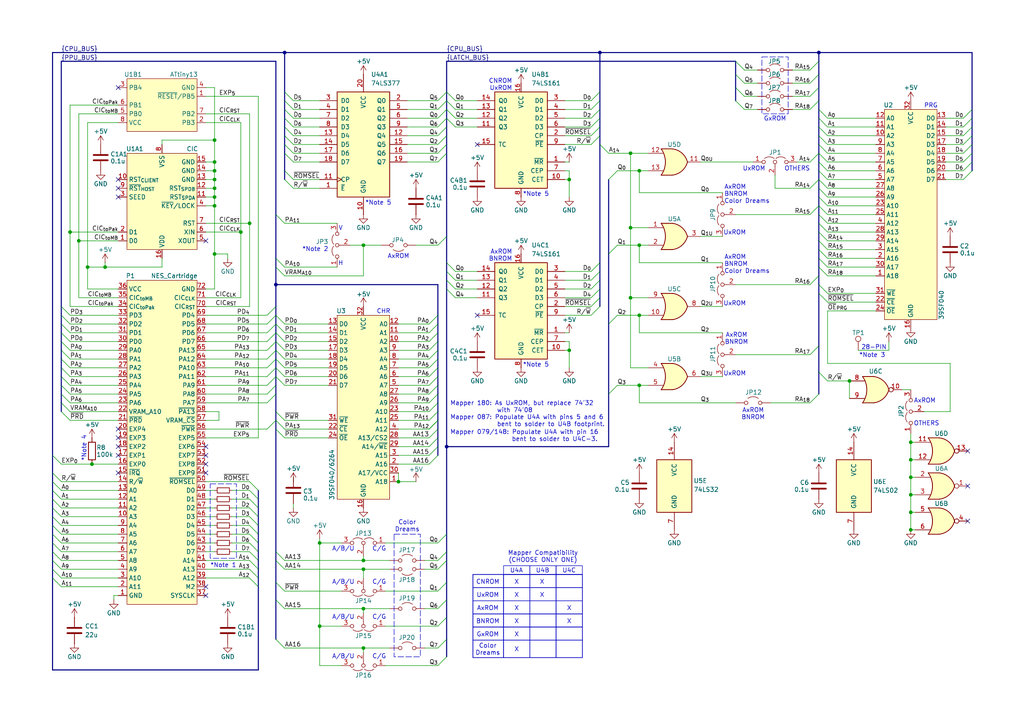
<source format=kicad_sch>
(kicad_sch (version 20231120) (generator "eeschema") (generator_version "8.0")
  (paper "A4")
  (title_block (title "NES Discrete Mapper Cart PCB") (date "2025-06-10") (rev "1.0") (company "https://github.com/MouseBiteLabs/NES-Cartridges") (comment 1 "Note 5: Only populate ONE latching IC - U4A, U4B, or U4C. Do not populate all of them.") (comment 2 "Note 4: Only required if flashing PRG ROM through the cart edge.") (comment 3 "Note 3: Bend out pin 28 for 28-pin PRG ROM DIP packages.") (comment 4 "Note 2: V = HORIZONTAL mirroring; H = VERTICAL mirroring. Leave unsoldered for AxROM.") (comment 5 "         shorted unless corrupted graphics related to the operation of the PPU OAM.") (comment 6 "Note 1: Only needed in cases where OAM corruption is observed. Leave resistor pads"))
  (lib_symbols
    (symbol "39SF040_1"
      (property "Reference" "U3" (at 5.08 31.75 0))
      (property "Value" "39SF040/6264" (at 9.144 -23.114 90))
      (symbol "39SF040_1_1_1"
        (pin input line (at -10.16 -17.78 0) (length 2.54) (name "A18") (number "1"))
        (pin input line (at -10.16 22.86 0) (length 2.54) (name "A2") (number "10"))
        (pin input line (at -10.16 25.4 0) (length 2.54) (name "A1") (number "11"))
        (pin input line (at -10.16 27.94 0) (length 2.54) (name "A0") (number "12"))
        (pin tri_state line (at 10.16 27.94 180) (length 2.54) (name "D0") (number "13"))
        (pin tri_state line (at 10.16 25.4 180) (length 2.54) (name "D1") (number "14"))
        (pin tri_state line (at 10.16 22.86 180) (length 2.54) (name "D2") (number "15"))
        (pin power_in line (at 0 -25.4 90) (length 2.54) (name "GND") (number "16"))
        (pin tri_state line (at 10.16 20.32 180) (length 2.54) (name "D3") (number "17"))
        (pin tri_state line (at 10.16 17.78 180) (length 2.54) (name "D4") (number "18"))
        (pin tri_state line (at 10.16 15.24 180) (length 2.54) (name "D5") (number "19"))
        (pin input line (at -10.16 -12.7 0) (length 2.54) (name "A16") (number "2"))
        (pin tri_state line (at 10.16 12.7 180) (length 2.54) (name "D6") (number "20"))
        (pin tri_state line (at 10.16 10.16 180) (length 2.54) (name "D7") (number "21"))
        (pin input line (at 10.16 -2.54 180) (length 2.54) (name "~{CE}") (number "22"))
        (pin input line (at -10.16 2.54 0) (length 2.54) (name "A10") (number "23"))
        (pin input line (at 10.16 -5.08 180) (length 2.54) (name "~{OE}") (number "24"))
        (pin input line (at -10.16 0 0) (length 2.54) (name "A11") (number "25"))
        (pin input line (at -10.16 5.08 0) (length 2.54) (name "A9") (number "26"))
        (pin input line (at -10.16 7.62 0) (length 2.54) (name "A8") (number "27"))
        (pin input line (at -10.16 -5.08 0) (length 2.54) (name "A13/CS2") (number "28"))
        (pin input line (at -10.16 -7.62 0) (length 2.54) (name "A14/~{WE}") (number "29"))
        (pin input line (at -10.16 -10.16 0) (length 2.54) (name "A15") (number "3"))
        (pin input line (at -10.16 -15.24 0) (length 2.54) (name "A17/VCC") (number "30"))
        (pin input line (at 10.16 0 180) (length 2.54) (name "~{WE}") (number "31"))
        (pin power_in line (at 0 33.02 270) (length 2.54) (name "VCC") (number "32"))
        (pin input line (at -10.16 -2.54 0) (length 2.54) (name "A12") (number "4"))
        (pin input line (at -10.16 10.16 0) (length 2.54) (name "A7") (number "5"))
        (pin input line (at -10.16 12.7 0) (length 2.54) (name "A6") (number "6"))
        (pin input line (at -10.16 15.24 0) (length 2.54) (name "A5") (number "7"))
        (pin input line (at -10.16 17.78 0) (length 2.54) (name "A4") (number "8"))
        (pin input line (at -10.16 20.32 0) (length 2.54) (name "A3") (number "9"))
      )
    )
    (symbol "74LS161_1" (pin_names (offset 1.016))
      (property "Reference" "U7" (at 2.1941 19.05 0))
      (property "Value" "74LS161" (at 2.1941 16.51 0))
      (symbol "74LS161_1_1_0"
        (pin input line (at -12.7 -5.08 0) (length 5.08) (name "~{MR}") (number "1"))
        (pin input line (at -12.7 -10.16 0) (length 5.08) (name "CET") (number "10"))
        (pin output line (at 12.7 5.08 180) (length 5.08) (name "Q3") (number "11"))
        (pin output line (at 12.7 7.62 180) (length 5.08) (name "Q2") (number "12"))
        (pin output line (at 12.7 10.16 180) (length 5.08) (name "Q1") (number "13"))
        (pin output line (at 12.7 12.7 180) (length 5.08) (name "Q0") (number "14"))
        (pin output line (at 12.7 0 180) (length 5.08) (name "TC") (number "15"))
        (pin power_in line (at 0 17.78 270) (length 2.54) (name "VCC") (number "16"))
        (pin input line (at -12.7 2.54 0) (length 5.08) (name "CP") (number "2"))
        (pin input line (at -12.7 12.7 0) (length 5.08) (name "D0") (number "3"))
        (pin input line (at -12.7 10.16 0) (length 5.08) (name "D1") (number "4"))
        (pin input line (at -12.7 7.62 0) (length 5.08) (name "D2") (number "5"))
        (pin input line (at -12.7 5.08 0) (length 5.08) (name "D3") (number "6"))
        (pin input line (at -12.7 -7.62 0) (length 5.08) (name "CEP") (number "7"))
        (pin power_in line (at 0 -15.24 90) (length 2.54) (name "GND") (number "8"))
        (pin input line (at -12.7 0 0) (length 5.08) (name "~{PE}") (number "9"))
      )
    )
    (symbol "74xx:74LS02" (pin_names (offset 1.016))
      (property "Reference" "U" (at 0 1.27 0))
      (property "Value" "74LS02" (at 0 -1.27 0))
      (symbol "74LS02_1_1"
        (pin output inverted (at 7.62 0 180) (length 3.81) (name "~") (number "1"))
        (pin input line (at -7.62 2.54 0) (length 4.318) (name "~") (number "2"))
        (pin input line (at -7.62 -2.54 0) (length 4.318) (name "~") (number "3"))
      )
      (symbol "74LS02_1_2"
        (pin output line (at 7.62 0 180) (length 3.81) (name "~") (number "1"))
        (pin input inverted (at -7.62 2.54 0) (length 3.81) (name "~") (number "2"))
        (pin input inverted (at -7.62 -2.54 0) (length 3.81) (name "~") (number "3"))
      )
      (symbol "74LS02_2_1"
        (pin output inverted (at 7.62 0 180) (length 3.81) (name "~") (number "4"))
        (pin input line (at -7.62 2.54 0) (length 4.318) (name "~") (number "5"))
        (pin input line (at -7.62 -2.54 0) (length 4.318) (name "~") (number "6"))
      )
      (symbol "74LS02_2_2"
        (pin output line (at 7.62 0 180) (length 3.81) (name "~") (number "4"))
        (pin input inverted (at -7.62 2.54 0) (length 3.81) (name "~") (number "5"))
        (pin input inverted (at -7.62 -2.54 0) (length 3.81) (name "~") (number "6"))
      )
      (symbol "74LS02_3_1"
        (pin output inverted (at 7.62 0 180) (length 3.81) (name "~") (number "10"))
        (pin input line (at -7.62 2.54 0) (length 4.318) (name "~") (number "8"))
        (pin input line (at -7.62 -2.54 0) (length 4.318) (name "~") (number "9"))
      )
      (symbol "74LS02_3_2"
        (pin output line (at 7.62 0 180) (length 3.81) (name "~") (number "10"))
        (pin input inverted (at -7.62 2.54 0) (length 3.81) (name "~") (number "8"))
        (pin input inverted (at -7.62 -2.54 0) (length 3.81) (name "~") (number "9"))
      )
      (symbol "74LS02_4_1"
        (pin input line (at -7.62 2.54 0) (length 4.318) (name "~") (number "11"))
        (pin input line (at -7.62 -2.54 0) (length 4.318) (name "~") (number "12"))
        (pin output inverted (at 7.62 0 180) (length 3.81) (name "~") (number "13"))
      )
      (symbol "74LS02_4_2"
        (pin input inverted (at -7.62 2.54 0) (length 3.81) (name "~") (number "11"))
        (pin input inverted (at -7.62 -2.54 0) (length 3.81) (name "~") (number "12"))
        (pin output line (at 7.62 0 180) (length 3.81) (name "~") (number "13"))
      )
      (symbol "74LS02_5_0"
        (pin power_in line (at 0 12.7 270) (length 5.08) (name "VCC") (number "14"))
        (pin power_in line (at 0 -12.7 90) (length 5.08) (name "GND") (number "7"))
      )
    )
    (symbol "74xx:74LS32" (pin_names (offset 1.016))
      (property "Reference" "U" (at 0 1.27 0))
      (property "Value" "74LS32" (at 0 -1.27 0))
      (symbol "74LS32_1_1"
        (pin input line (at -7.62 2.54 0) (length 4.318) (name "~") (number "1"))
        (pin input line (at -7.62 -2.54 0) (length 4.318) (name "~") (number "2"))
        (pin output line (at 7.62 0 180) (length 3.81) (name "~") (number "3"))
      )
      (symbol "74LS32_1_2"
        (pin input inverted (at -7.62 2.54 0) (length 3.81) (name "~") (number "1"))
        (pin input inverted (at -7.62 -2.54 0) (length 3.81) (name "~") (number "2"))
        (pin output inverted (at 7.62 0 180) (length 3.81) (name "~") (number "3"))
      )
      (symbol "74LS32_2_1"
        (pin input line (at -7.62 2.54 0) (length 4.318) (name "~") (number "4"))
        (pin input line (at -7.62 -2.54 0) (length 4.318) (name "~") (number "5"))
        (pin output line (at 7.62 0 180) (length 3.81) (name "~") (number "6"))
      )
      (symbol "74LS32_2_2"
        (pin input inverted (at -7.62 2.54 0) (length 3.81) (name "~") (number "4"))
        (pin input inverted (at -7.62 -2.54 0) (length 3.81) (name "~") (number "5"))
        (pin output inverted (at 7.62 0 180) (length 3.81) (name "~") (number "6"))
      )
      (symbol "74LS32_3_1"
        (pin input line (at -7.62 -2.54 0) (length 4.318) (name "~") (number "10"))
        (pin output line (at 7.62 0 180) (length 3.81) (name "~") (number "8"))
        (pin input line (at -7.62 2.54 0) (length 4.318) (name "~") (number "9"))
      )
      (symbol "74LS32_3_2"
        (pin input inverted (at -7.62 -2.54 0) (length 3.81) (name "~") (number "10"))
        (pin output inverted (at 7.62 0 180) (length 3.81) (name "~") (number "8"))
        (pin input inverted (at -7.62 2.54 0) (length 3.81) (name "~") (number "9"))
      )
      (symbol "74LS32_4_1"
        (pin output line (at 7.62 0 180) (length 3.81) (name "~") (number "11"))
        (pin input line (at -7.62 2.54 0) (length 4.318) (name "~") (number "12"))
        (pin input line (at -7.62 -2.54 0) (length 4.318) (name "~") (number "13"))
      )
      (symbol "74LS32_4_2"
        (pin output inverted (at 7.62 0 180) (length 3.81) (name "~") (number "11"))
        (pin input inverted (at -7.62 2.54 0) (length 3.81) (name "~") (number "12"))
        (pin input inverted (at -7.62 -2.54 0) (length 3.81) (name "~") (number "13"))
      )
      (symbol "74LS32_5_0"
        (pin power_in line (at 0 12.7 270) (length 5.08) (name "VCC") (number "14"))
        (pin power_in line (at 0 -12.7 90) (length 5.08) (name "GND") (number "7"))
      )
    )
    (symbol "74xx:74LS377" (pin_names (offset 1.016))
      (property "Reference" "U" (at -7.62 16.51 0))
      (property "Value" "74LS377" (at -7.62 -16.51 0))
      (symbol "74LS377_1_0"
        (pin input line (at -12.7 -12.7 0) (length 5.08) (name "~{E}") (number "1"))
        (pin power_in line (at 0 -20.32 90) (length 5.08) (name "GND") (number "10"))
        (pin input clock (at -12.7 -10.16 0) (length 5.08) (name "CP") (number "11"))
        (pin output line (at 12.7 2.54 180) (length 5.08) (name "Q4") (number "12"))
        (pin input line (at -12.7 2.54 0) (length 5.08) (name "D4") (number "13"))
        (pin input line (at -12.7 0 0) (length 5.08) (name "D5") (number "14"))
        (pin output line (at 12.7 0 180) (length 5.08) (name "Q5") (number "15"))
        (pin output line (at 12.7 -2.54 180) (length 5.08) (name "Q6") (number "16"))
        (pin input line (at -12.7 -2.54 0) (length 5.08) (name "D6") (number "17"))
        (pin input line (at -12.7 -5.08 0) (length 5.08) (name "D7") (number "18"))
        (pin output line (at 12.7 -5.08 180) (length 5.08) (name "Q7") (number "19"))
        (pin output line (at 12.7 12.7 180) (length 5.08) (name "Q0") (number "2"))
        (pin power_in line (at 0 20.32 270) (length 5.08) (name "VCC") (number "20"))
        (pin input line (at -12.7 12.7 0) (length 5.08) (name "D0") (number "3"))
        (pin input line (at -12.7 10.16 0) (length 5.08) (name "D1") (number "4"))
        (pin output line (at 12.7 10.16 180) (length 5.08) (name "Q1") (number "5"))
        (pin output line (at 12.7 7.62 180) (length 5.08) (name "Q2") (number "6"))
        (pin input line (at -12.7 7.62 0) (length 5.08) (name "D2") (number "7"))
        (pin input line (at -12.7 5.08 0) (length 5.08) (name "D3") (number "8"))
        (pin output line (at 12.7 5.08 180) (length 5.08) (name "Q3") (number "9"))
      )
    )
    (symbol "Bucketmouse:39SF040"
      (property "Reference" "U" (at -7.62 31.75 0))
      (property "Value" "39SF040" (at 2.54 -31.75 0))
      (symbol "39SF040_1_1"
        (pin input line (at -10.16 -17.78 0) (length 2.54) (name "A18") (number "1"))
        (pin input line (at -10.16 22.86 0) (length 2.54) (name "A2") (number "10"))
        (pin input line (at -10.16 25.4 0) (length 2.54) (name "A1") (number "11"))
        (pin input line (at -10.16 27.94 0) (length 2.54) (name "A0") (number "12"))
        (pin tri_state line (at 10.16 27.94 180) (length 2.54) (name "D0") (number "13"))
        (pin tri_state line (at 10.16 25.4 180) (length 2.54) (name "D1") (number "14"))
        (pin tri_state line (at 10.16 22.86 180) (length 2.54) (name "D2") (number "15"))
        (pin power_in line (at 0 -33.02 90) (length 2.54) (name "GND") (number "16"))
        (pin tri_state line (at 10.16 20.32 180) (length 2.54) (name "D3") (number "17"))
        (pin tri_state line (at 10.16 17.78 180) (length 2.54) (name "D4") (number "18"))
        (pin tri_state line (at 10.16 15.24 180) (length 2.54) (name "D5") (number "19"))
        (pin input line (at -10.16 -12.7 0) (length 2.54) (name "A16") (number "2"))
        (pin tri_state line (at 10.16 12.7 180) (length 2.54) (name "D6") (number "20"))
        (pin tri_state line (at 10.16 10.16 180) (length 2.54) (name "D7") (number "21"))
        (pin input line (at -10.16 -25.4 0) (length 2.54) (name "~{CE}") (number "22"))
        (pin input line (at -10.16 2.54 0) (length 2.54) (name "A10") (number "23"))
        (pin input line (at -10.16 -27.94 0) (length 2.54) (name "~{OE}") (number "24"))
        (pin input line (at -10.16 0 0) (length 2.54) (name "A11") (number "25"))
        (pin input line (at -10.16 5.08 0) (length 2.54) (name "A9") (number "26"))
        (pin input line (at -10.16 7.62 0) (length 2.54) (name "A8") (number "27"))
        (pin input line (at -10.16 -5.08 0) (length 2.54) (name "A13") (number "28"))
        (pin input line (at -10.16 -7.62 0) (length 2.54) (name "A14") (number "29"))
        (pin input line (at -10.16 -10.16 0) (length 2.54) (name "A15") (number "3"))
        (pin input line (at -10.16 -15.24 0) (length 2.54) (name "A17") (number "30"))
        (pin input line (at -10.16 -22.86 0) (length 2.54) (name "~{WE}") (number "31"))
        (pin power_in line (at 0 33.02 270) (length 2.54) (name "VCC") (number "32"))
        (pin input line (at -10.16 -2.54 0) (length 2.54) (name "A12") (number "4"))
        (pin input line (at -10.16 10.16 0) (length 2.54) (name "A7") (number "5"))
        (pin input line (at -10.16 12.7 0) (length 2.54) (name "A6") (number "6"))
        (pin input line (at -10.16 15.24 0) (length 2.54) (name "A5") (number "7"))
        (pin input line (at -10.16 17.78 0) (length 2.54) (name "A4") (number "8"))
        (pin input line (at -10.16 20.32 0) (length 2.54) (name "A3") (number "9"))
      )
    )
    (symbol "Bucketmouse:ATtiny13"
      (property "Reference" "U" (at -10.414 13.462 0))
      (property "Value" "ATtiny13" (at 2.286 14.986 0))
      (symbol "ATtiny13_1_1"
        (pin bidirectional line (at -12.7 2.54 0) (length 2.54) (name "~{RESET}/PB5") (number "1"))
        (pin bidirectional line (at -12.7 10.16 0) (length 2.54) (name "PB3") (number "2"))
        (pin bidirectional line (at 12.7 0 180) (length 2.54) (name "PB4") (number "3"))
        (pin power_in line (at -12.7 0 0) (length 2.54) (name "GND") (number "4"))
        (pin bidirectional line (at 12.7 7.62 180) (length 2.54) (name "PB0") (number "5"))
        (pin bidirectional line (at 12.7 5.08 180) (length 2.54) (name "PB1") (number "6"))
        (pin bidirectional line (at -12.7 7.62 0) (length 2.54) (name "PB2") (number "7"))
        (pin power_in line (at 12.7 10.16 180) (length 2.54) (name "VCC") (number "8"))
      )
    )
    (symbol "Bucketmouse:CIC_NES"
      (property "Reference" "U" (at 1.27 13.97 0))
      (property "Value" "CIC" (at 1.27 11.43 0))
      (symbol "CIC_NES_1_1"
        (pin output line (at -12.7 7.62 0) (length 2.54) (name "D0") (number "1"))
        (pin output line (at -12.7 -10.16 0) (length 2.54) (name "RST_{CLIENT}") (number "10"))
        (pin input line (at 12.7 -5.08 180) (length 2.54) (name "RST_{SPDA}") (number "11"))
        (pin input line (at 12.7 -7.62 180) (length 2.54) (name "RST_{SPDB}") (number "12"))
        (pin input line (at 12.7 -10.16 180) (length 2.54) (name "GND") (number "13"))
        (pin input line (at 12.7 -12.7 180) (length 2.54) (name "GND") (number "14"))
        (pin input line (at 12.7 -15.24 180) (length 2.54) (name "GND") (number "15"))
        (pin power_in line (at 0 12.7 270) (length 2.54) (name "VDD") (number "16"))
        (pin input line (at -12.7 5.08 0) (length 2.54) (name "D1") (number "2"))
        (pin input line (at -12.7 -5.08 0) (length 2.54) (name "SEED") (number "3"))
        (pin input line (at 12.7 -2.54 180) (length 2.54) (name "~{KEY}/LOCK") (number "4"))
        (pin output line (at 12.7 7.62 180) (length 2.54) (name "XOUT") (number "5"))
        (pin input line (at 12.7 5.08 180) (length 2.54) (name "XIN") (number "6"))
        (pin input line (at 12.7 2.54 180) (length 2.54) (name "RST") (number "7"))
        (pin power_in line (at 0 -20.32 90) (length 2.54) (name "VSS") (number "8"))
        (pin output line (at -12.7 -7.62 0) (length 2.54) (name "~{RST}_{HOST}") (number "9"))
      )
    )
    (symbol "Bucketmouse:NES_Cart_Edge"
      (property "Reference" "U" (at 0 34.29 0))
      (property "Value" "NES_Cartridge" (at 0 32.004 0))
      (symbol "NES_Cart_Edge_1_1"
        (pin power_out line (at -12.7 -60.96 0) (length 2.54) (name "GND") (number "1"))
        (pin output line (at -12.7 -38.1 0) (length 2.54) (name "A3") (number "10"))
        (pin output line (at -12.7 -35.56 0) (length 2.54) (name "A2") (number "11"))
        (pin output line (at -12.7 -33.02 0) (length 2.54) (name "A1") (number "12"))
        (pin output line (at -12.7 -30.48 0) (length 2.54) (name "A0") (number "13"))
        (pin output line (at -12.7 -27.94 0) (length 2.54) (name "R/~{W}") (number "14"))
        (pin input line (at -12.7 -25.4 0) (length 2.54) (name "~{IRQ}") (number "15"))
        (pin passive line (at -12.7 -22.86 0) (length 2.54) (name "EXP0") (number "16"))
        (pin passive line (at -12.7 -20.32 0) (length 2.54) (name "EXP1") (number "17"))
        (pin passive line (at -12.7 -17.78 0) (length 2.54) (name "EXP2") (number "18"))
        (pin passive line (at -12.7 -15.24 0) (length 2.54) (name "EXP3") (number "19"))
        (pin output line (at -12.7 -58.42 0) (length 2.54) (name "A11") (number "2"))
        (pin passive line (at -12.7 -12.7 0) (length 2.54) (name "EXP4") (number "20"))
        (pin output line (at -12.7 -10.16 0) (length 2.54) (name "~{PRD}") (number "21"))
        (pin input line (at -12.7 -7.62 0) (length 2.54) (name "VRAM_A10") (number "22"))
        (pin output line (at -12.7 -5.08 0) (length 2.54) (name "PA6") (number "23"))
        (pin output line (at -12.7 -2.54 0) (length 2.54) (name "PA5") (number "24"))
        (pin output line (at -12.7 0 0) (length 2.54) (name "PA4") (number "25"))
        (pin output line (at -12.7 2.54 0) (length 2.54) (name "PA3") (number "26"))
        (pin output line (at -12.7 5.08 0) (length 2.54) (name "PA2") (number "27"))
        (pin output line (at -12.7 7.62 0) (length 2.54) (name "PA1") (number "28"))
        (pin output line (at -12.7 10.16 0) (length 2.54) (name "PA0") (number "29"))
        (pin output line (at -12.7 -55.88 0) (length 2.54) (name "A10") (number "3"))
        (pin bidirectional line (at -12.7 12.7 0) (length 2.54) (name "PD0") (number "30"))
        (pin bidirectional line (at -12.7 15.24 0) (length 2.54) (name "PD1") (number "31"))
        (pin bidirectional line (at -12.7 17.78 0) (length 2.54) (name "PD2") (number "32"))
        (pin bidirectional line (at -12.7 20.32 0) (length 2.54) (name "PD3") (number "33"))
        (pin output line (at -12.7 22.86 0) (length 2.54) (name "CIC_{toPak}") (number "34"))
        (pin input line (at -12.7 25.4 0) (length 2.54) (name "CIC_{toMB}") (number "35"))
        (pin power_out line (at -12.7 27.94 0) (length 2.54) (name "VCC") (number "36"))
        (pin output line (at 12.7 -60.96 180) (length 2.54) (name "SYSCLK") (number "37"))
        (pin output line (at 12.7 -58.42 180) (length 2.54) (name "M2") (number "38"))
        (pin output line (at 12.7 -55.88 180) (length 2.54) (name "A12") (number "39"))
        (pin output line (at -12.7 -53.34 0) (length 2.54) (name "A9") (number "4"))
        (pin output line (at 12.7 -53.34 180) (length 2.54) (name "A13") (number "40"))
        (pin output line (at 12.7 -50.8 180) (length 2.54) (name "A14") (number "41"))
        (pin bidirectional line (at 12.7 -48.26 180) (length 2.54) (name "D7") (number "42"))
        (pin bidirectional line (at 12.7 -45.72 180) (length 2.54) (name "D6") (number "43"))
        (pin bidirectional line (at 12.7 -43.18 180) (length 2.54) (name "D5") (number "44"))
        (pin bidirectional line (at 12.7 -40.64 180) (length 2.54) (name "D4") (number "45"))
        (pin bidirectional line (at 12.7 -38.1 180) (length 2.54) (name "D3") (number "46"))
        (pin bidirectional line (at 12.7 -35.56 180) (length 2.54) (name "D2") (number "47"))
        (pin bidirectional line (at 12.7 -33.02 180) (length 2.54) (name "D1") (number "48"))
        (pin bidirectional line (at 12.7 -30.48 180) (length 2.54) (name "D0") (number "49"))
        (pin output line (at -12.7 -50.8 0) (length 2.54) (name "A8") (number "5"))
        (pin output line (at 12.7 -27.94 180) (length 2.54) (name "~{ROMSEL}") (number "50"))
        (pin passive line (at 12.7 -25.4 180) (length 2.54) (name "EXP9") (number "51"))
        (pin passive line (at 12.7 -22.86 180) (length 2.54) (name "EXP8") (number "52"))
        (pin passive line (at 12.7 -20.32 180) (length 2.54) (name "EXP7") (number "53"))
        (pin passive line (at 12.7 -17.78 180) (length 2.54) (name "EXP6") (number "54"))
        (pin passive line (at 12.7 -15.24 180) (length 2.54) (name "EXP5") (number "55"))
        (pin output line (at 12.7 -12.7 180) (length 2.54) (name "~{PWR}") (number "56"))
        (pin input line (at 12.7 -10.16 180) (length 2.54) (name "VRAM_~{CS}") (number "57"))
        (pin output line (at 12.7 -7.62 180) (length 2.54) (name "~{PA13}") (number "58"))
        (pin output line (at 12.7 -5.08 180) (length 2.54) (name "PA7") (number "59"))
        (pin output line (at -12.7 -48.26 0) (length 2.54) (name "A7") (number "6"))
        (pin output line (at 12.7 -2.54 180) (length 2.54) (name "PA8") (number "60"))
        (pin output line (at 12.7 0 180) (length 2.54) (name "PA9") (number "61"))
        (pin output line (at 12.7 2.54 180) (length 2.54) (name "PA11") (number "62"))
        (pin output line (at 12.7 5.08 180) (length 2.54) (name "PA10") (number "63"))
        (pin output line (at 12.7 7.62 180) (length 2.54) (name "PA12") (number "64"))
        (pin output line (at 12.7 10.16 180) (length 2.54) (name "PA13") (number "65"))
        (pin bidirectional line (at 12.7 12.7 180) (length 2.54) (name "PD7") (number "66"))
        (pin bidirectional line (at 12.7 15.24 180) (length 2.54) (name "PD6") (number "67"))
        (pin bidirectional line (at 12.7 17.78 180) (length 2.54) (name "PD5") (number "68"))
        (pin bidirectional line (at 12.7 20.32 180) (length 2.54) (name "PD4") (number "69"))
        (pin output line (at -12.7 -45.72 0) (length 2.54) (name "A6") (number "7"))
        (pin output line (at 12.7 22.86 180) (length 2.54) (name "CIC_{RST}") (number "70"))
        (pin output line (at 12.7 25.4 180) (length 2.54) (name "CIC_{CLK}") (number "71"))
        (pin power_out line (at 12.7 27.94 180) (length 2.54) (name "GND") (number "72"))
        (pin output line (at -12.7 -43.18 0) (length 2.54) (name "A5") (number "8"))
        (pin output line (at -12.7 -40.64 0) (length 2.54) (name "A4") (number "9"))
      )
    )
    (symbol "Connector:TestPoint" (pin_numbers hide) (pin_names (offset 0.762) hide)
      (property "Reference" "TP" (at 0 6.858 0))
      (property "Value" "TestPoint" (at 0 5.08 0))
      (symbol "TestPoint_1_1"
        (pin passive line (at 0 0 90) (length 2.54) (name "1") (number "1"))
      )
    )
    (symbol "Device:C" (pin_numbers hide) (pin_names (offset 0.254))
      (property "Reference" "C" (at 0.635 2.54 0))
      (property "Value" "C" (at 0.635 -2.54 0))
      (symbol "C_1_1"
        (pin passive line (at 0 3.81 270) (length 2.794) (name "~") (number "1"))
        (pin passive line (at 0 -3.81 90) (length 2.794) (name "~") (number "2"))
      )
    )
    (symbol "Device:R" (pin_numbers hide) (pin_names (offset 0))
      (property "Reference" "R" (at 2.032 0 90))
      (property "Value" "R" (at 0 0 90))
      (symbol "R_1_1"
        (pin passive line (at 0 3.81 270) (length 1.27) (name "~") (number "1"))
        (pin passive line (at 0 -3.81 90) (length 1.27) (name "~") (number "2"))
      )
    )
    (symbol "Device:R_Small" (pin_numbers hide) (pin_names (offset 0.254) hide)
      (property "Reference" "R" (at 0.762 0.508 0))
      (property "Value" "R_Small" (at 0.762 -1.016 0))
      (symbol "R_Small_1_1"
        (pin passive line (at 0 2.54 270) (length 0.762) (name "~") (number "1"))
        (pin passive line (at 0 -2.54 90) (length 0.762) (name "~") (number "2"))
      )
    )
    (symbol "Jumper:Jumper_2_Open" (pin_numbers hide) (pin_names (offset 0) hide) (exclude_from_sim yes)
      (property "Reference" "JP" (at 0 2.794 0))
      (property "Value" "Jumper_2_Open" (at 0 -2.286 0))
      (symbol "Jumper_2_Open_1_1"
        (pin passive line (at -5.08 0 0) (length 2.54) (name "A") (number "1"))
        (pin passive line (at 5.08 0 180) (length 2.54) (name "B") (number "2"))
      )
    )
    (symbol "Jumper:Jumper_3_Open" (pin_names (offset 0) hide) (exclude_from_sim yes) (in_bom no)
      (property "Reference" "JP" (at -2.54 -2.54 0))
      (property "Value" "Jumper_3_Open" (at 0 2.794 0))
      (symbol "Jumper_3_Open_1_1"
        (pin passive line (at -6.35 0 0) (length 2.54) (name "A") (number "1"))
        (pin passive line (at 0 -3.81 90) (length 2.54) (name "C") (number "2"))
        (pin passive line (at 6.35 0 180) (length 2.54) (name "B") (number "3"))
      )
    )
    (symbol "power:+5V" (power) (pin_numbers hide) (pin_names (offset 0) hide)
      (property "Value" "+5V" (at 0 3.556 0))
      (symbol "+5V_1_1"
        (pin power_in line (at 0 0 90) (length 0) (name "~") (number "1"))
      )
    )
    (symbol "power:GND" (power) (pin_numbers hide) (pin_names (offset 0) hide)
      (property "Value" "GND" (at 0 -3.81 0))
      (symbol "GND_1_1"
        (pin power_in line (at 0 0 270) (length 0) (name "~") (number "1"))
      )
    )
  )
  (junction (at 80.01 82.55))
  (junction (at 185.42 111.76))
  (junction (at 115.57 139.7))
  (junction (at 264.16 148.59))
  (junction (at 26.67 134.62))
  (junction (at 72.39 64.77))
  (junction (at 105.41 162.56))
  (junction (at 22.86 69.85))
  (junction (at 264.16 153.67))
  (junction (at 92.71 181.61))
  (junction (at 182.88 44.45))
  (junction (at 62.23 46.99))
  (junction (at 185.42 91.44))
  (junction (at 62.23 57.15))
  (junction (at 105.41 165.1))
  (junction (at 62.23 40.64))
  (junction (at 246.38 110.49))
  (junction (at 62.23 54.61))
  (junction (at 92.71 157.48))
  (junction (at 165.1 52.07))
  (junction (at 20.32 67.31))
  (junction (at 182.88 66.04))
  (junction (at 62.23 49.53))
  (junction (at 237.49 15.24))
  (junction (at 129.54 129.54))
  (junction (at 264.16 128.27))
  (junction (at 182.88 86.36))
  (junction (at 264.16 138.43))
  (junction (at 185.42 49.53))
  (junction (at 30.48 77.47))
  (junction (at 173.99 15.24))
  (junction (at 264.16 143.51))
  (junction (at 62.23 52.07))
  (junction (at 105.41 71.12))
  (junction (at 185.42 71.12))
  (junction (at 69.85 67.31))
  (junction (at 62.23 59.69))
  (junction (at 165.1 101.6))
  (junction (at 264.16 133.35))
  (junction (at 62.23 73.66))
  (junction (at 82.55 15.24))
  (junction (at 105.41 187.96))
  (junction (at 105.41 176.53))
  (junction (at 25.4 77.47))
  (no_connect (at 34.29 54.61))
  (no_connect (at 59.69 132.08))
  (no_connect (at 34.29 25.4))
  (no_connect (at 280.67 140.97))
  (no_connect (at 59.69 170.18))
  (no_connect (at 34.29 57.15))
  (no_connect (at 34.29 132.08))
  (no_connect (at 280.67 130.81))
  (no_connect (at 34.29 127))
  (no_connect (at 138.43 41.91))
  (no_connect (at 34.29 52.07))
  (no_connect (at 280.67 151.13))
  (no_connect (at 34.29 137.16))
  (no_connect (at 59.69 137.16))
  (no_connect (at 59.69 129.54))
  (no_connect (at 34.29 124.46))
  (no_connect (at 138.43 91.44))
  (no_connect (at 59.69 134.62))
  (no_connect (at 59.69 69.85))
  (no_connect (at 59.69 172.72))
  (no_connect (at 34.29 129.54))
  (bus_entry (at 129.54 173.99) (size -2.54 2.54))
  (bus_entry (at 127 129.54) (size -2.54 2.54))
  (bus_entry (at 129.54 34.29) (size -2.54 2.54))
  (bus_entry (at 237.49 34.29) (size 2.54 2.54))
  (bus_entry (at 129.54 31.75) (size -2.54 2.54))
  (bus_entry (at 237.49 67.31) (size 2.54 2.54))
  (bus_entry (at 237.49 85.09) (size 2.54 2.54))
  (bus_entry (at 80.01 106.68) (size 2.54 2.54))
  (bus_entry (at 80.01 101.6) (size -2.54 2.54))
  (bus_entry (at 80.01 91.44) (size -2.54 2.54))
  (bus_entry (at 80.01 160.02) (size 2.54 2.54))
  (bus_entry (at 173.99 29.21) (size -2.54 2.54))
  (bus_entry (at 80.01 168.91) (size 2.54 2.54))
  (bus_entry (at 127 121.92) (size -2.54 2.54))
  (bus_entry (at 15.24 154.94) (size 2.54 2.54))
  (bus_entry (at 129.54 162.56) (size -2.54 2.54))
  (bus_entry (at 80.01 173.99) (size 2.54 2.54))
  (bus_entry (at 237.49 39.37) (size 2.54 2.54))
  (bus_entry (at 74.93 160.02) (size -2.54 -2.54))
  (bus_entry (at 127 101.6) (size -2.54 2.54))
  (bus_entry (at 82.55 34.29) (size 2.54 2.54))
  (bus_entry (at 237.49 21.59) (size -2.54 2.54))
  (bus_entry (at 80.01 121.92) (size -2.54 2.54))
  (bus_entry (at 17.78 109.22) (size 2.54 2.54))
  (bus_entry (at 129.54 190.5) (size -2.54 2.54))
  (bus_entry (at 173.99 78.74) (size -2.54 2.54))
  (bus_entry (at 213.36 29.21) (size 2.54 2.54))
  (bus_entry (at 80.01 62.23) (size 2.54 2.54))
  (bus_entry (at 173.99 26.67) (size -2.54 2.54))
  (bus_entry (at 80.01 96.52) (size 2.54 2.54))
  (bus_entry (at 173.99 86.36) (size -2.54 2.54))
  (bus_entry (at 237.49 72.39) (size 2.54 2.54))
  (bus_entry (at 129.54 34.29) (size 2.54 2.54))
  (bus_entry (at 15.24 152.4) (size 2.54 2.54))
  (bus_entry (at 237.49 62.23) (size 2.54 2.54))
  (bus_entry (at 237.49 77.47) (size 2.54 2.54))
  (bus_entry (at 129.54 83.82) (size 2.54 2.54))
  (bus_entry (at 129.54 29.21) (size -2.54 2.54))
  (bus_entry (at 127 104.14) (size -2.54 2.54))
  (bus_entry (at 237.49 49.53) (size 2.54 2.54))
  (bus_entry (at 237.49 59.69) (size -2.54 2.54))
  (bus_entry (at 127 124.46) (size -2.54 2.54))
  (bus_entry (at 179.07 71.12) (size -2.54 2.54))
  (bus_entry (at 82.55 41.91) (size 2.54 2.54))
  (bus_entry (at 237.49 114.3) (size -2.54 2.54))
  (bus_entry (at 15.24 165.1) (size 2.54 2.54))
  (bus_entry (at 15.24 162.56) (size 2.54 2.54))
  (bus_entry (at 82.55 44.45) (size 2.54 2.54))
  (bus_entry (at 129.54 154.94) (size -2.54 2.54))
  (bus_entry (at 281.94 31.75) (size -2.54 2.54))
  (bus_entry (at 82.55 26.67) (size 2.54 2.54))
  (bus_entry (at 80.01 185.42) (size 2.54 2.54))
  (bus_entry (at 82.55 49.53) (size 2.54 2.54))
  (bus_entry (at 281.94 39.37) (size -2.54 2.54))
  (bus_entry (at 237.49 69.85) (size 2.54 2.54))
  (bus_entry (at 127 93.98) (size -2.54 2.54))
  (bus_entry (at 127 114.3) (size -2.54 2.54))
  (bus_entry (at 173.99 83.82) (size -2.54 2.54))
  (bus_entry (at 234.95 46.99) (size 2.54 -2.54))
  (bus_entry (at 80.01 114.3) (size -2.54 2.54))
  (bus_entry (at 213.36 21.59) (size 2.54 2.54))
  (bus_entry (at 15.24 132.08) (size 2.54 2.54))
  (bus_entry (at 237.49 80.01) (size -2.54 2.54))
  (bus_entry (at 129.54 26.67) (size 2.54 2.54))
  (bus_entry (at 237.49 17.78) (size -2.54 2.54))
  (bus_entry (at 80.01 111.76) (size -2.54 2.54))
  (bus_entry (at 17.78 114.3) (size 2.54 2.54))
  (bus_entry (at 173.99 31.75) (size -2.54 2.54))
  (bus_entry (at 80.01 91.44) (size 2.54 2.54))
  (bus_entry (at 237.49 25.4) (size -2.54 2.54))
  (bus_entry (at 127 119.38) (size -2.54 2.54))
  (bus_entry (at 15.24 149.86) (size 2.54 2.54))
  (bus_entry (at 80.01 74.93) (size 2.54 2.54))
  (bus_entry (at 17.78 91.44) (size 2.54 2.54))
  (bus_entry (at 17.78 99.06) (size 2.54 2.54))
  (bus_entry (at 281.94 41.91) (size -2.54 2.54))
  (bus_entry (at 127 106.68) (size -2.54 2.54))
  (bus_entry (at 82.55 29.21) (size 2.54 2.54))
  (bus_entry (at 80.01 106.68) (size -2.54 2.54))
  (bus_entry (at 237.49 36.83) (size 2.54 2.54))
  (bus_entry (at 17.78 104.14) (size 2.54 2.54))
  (bus_entry (at 15.24 167.64) (size 2.54 2.54))
  (bus_entry (at 173.99 41.91) (size 2.54 2.54))
  (bus_entry (at 129.54 39.37) (size -2.54 2.54))
  (bus_entry (at 173.99 76.2) (size -2.54 2.54))
  (bus_entry (at 74.93 152.4) (size -2.54 -2.54))
  (bus_entry (at 17.78 88.9) (size 2.54 2.54))
  (bus_entry (at 127 116.84) (size -2.54 2.54))
  (bus_entry (at 17.78 96.52) (size 2.54 2.54))
  (bus_entry (at 237.49 100.33) (size -2.54 2.54))
  (bus_entry (at 237.49 41.91) (size 2.54 2.54))
  (bus_entry (at 237.49 57.15) (size 2.54 2.54))
  (bus_entry (at 129.54 29.21) (size 2.54 2.54))
  (bus_entry (at 74.93 142.24) (size -2.54 -2.54))
  (bus_entry (at 80.01 93.98) (size 2.54 2.54))
  (bus_entry (at 82.55 36.83) (size 2.54 2.54))
  (bus_entry (at 129.54 41.91) (size -2.54 2.54))
  (bus_entry (at 127 127) (size -2.54 2.54))
  (bus_entry (at 15.24 139.7) (size 2.54 2.54))
  (bus_entry (at 15.24 147.32) (size 2.54 2.54))
  (bus_entry (at 127 99.06) (size -2.54 2.54))
  (bus_entry (at 173.99 34.29) (size -2.54 2.54))
  (bus_entry (at 129.54 168.91) (size -2.54 2.54))
  (bus_entry (at 80.01 119.38) (size 2.54 2.54))
  (bus_entry (at 80.01 93.98) (size -2.54 2.54))
  (bus_entry (at 127 109.22) (size -2.54 2.54))
  (bus_entry (at 281.94 49.53) (size -2.54 2.54))
  (bus_entry (at 17.78 116.84) (size 2.54 2.54))
  (bus_entry (at 15.24 160.02) (size 2.54 2.54))
  (bus_entry (at 80.01 104.14) (size 2.54 2.54))
  (bus_entry (at 237.49 31.75) (size 2.54 2.54))
  (bus_entry (at 80.01 162.56) (size 2.54 2.54))
  (bus_entry (at 74.93 170.18) (size -2.54 -2.54))
  (bus_entry (at 237.49 46.99) (size 2.54 2.54))
  (bus_entry (at 173.99 81.28) (size -2.54 2.54))
  (bus_entry (at 80.01 121.92) (size 2.54 2.54))
  (bus_entry (at 74.93 147.32) (size -2.54 -2.54))
  (bus_entry (at 74.93 157.48) (size -2.54 -2.54))
  (bus_entry (at 80.01 109.22) (size -2.54 2.54))
  (bus_entry (at 237.49 74.93) (size 2.54 2.54))
  (bus_entry (at 17.78 106.68) (size 2.54 2.54))
  (bus_entry (at 237.49 54.61) (size 2.54 2.54))
  (bus_entry (at 80.01 124.46) (size 2.54 2.54))
  (bus_entry (at 237.49 59.69) (size 2.54 2.54))
  (bus_entry (at 80.01 99.06) (size 2.54 2.54))
  (bus_entry (at 179.07 111.76) (size -2.54 2.54))
  (bus_entry (at 17.78 111.76) (size 2.54 2.54))
  (bus_entry (at 129.54 36.83) (size -2.54 2.54))
  (bus_entry (at 129.54 26.67) (size -2.54 2.54))
  (bus_entry (at 15.24 144.78) (size 2.54 2.54))
  (bus_entry (at 74.93 167.64) (size -2.54 -2.54))
  (bus_entry (at 129.54 78.74) (size 2.54 2.54))
  (bus_entry (at 74.93 154.94) (size -2.54 -2.54))
  (bus_entry (at 281.94 46.99) (size -2.54 2.54))
  (bus_entry (at 15.24 157.48) (size 2.54 2.54))
  (bus_entry (at 179.07 49.53) (size -2.54 2.54))
  (bus_entry (at 237.49 29.21) (size -2.54 2.54))
  (bus_entry (at 74.93 165.1) (size -2.54 -2.54))
  (bus_entry (at 74.93 149.86) (size -2.54 -2.54))
  (bus_entry (at 17.78 101.6) (size 2.54 2.54))
  (bus_entry (at 237.49 64.77) (size 2.54 2.54))
  (bus_entry (at 237.49 52.07) (size 2.54 2.54))
  (bus_entry (at 129.54 31.75) (size 2.54 2.54))
  (bus_entry (at 15.24 142.24) (size 2.54 2.54))
  (bus_entry (at 173.99 39.37) (size -2.54 2.54))
  (bus_entry (at 80.01 104.14) (size -2.54 2.54))
  (bus_entry (at 80.01 109.22) (size 2.54 2.54))
  (bus_entry (at 234.95 54.61) (size 2.54 -2.54))
  (bus_entry (at 237.49 44.45) (size 2.54 2.54))
  (bus_entry (at 173.99 36.83) (size -2.54 2.54))
  (bus_entry (at 129.54 76.2) (size 2.54 2.54))
  (bus_entry (at 17.78 93.98) (size 2.54 2.54))
  (bus_entry (at 237.49 107.95) (size 2.54 2.54))
  (bus_entry (at 213.36 25.4) (size 2.54 2.54))
  (bus_entry (at 80.01 77.47) (size 2.54 2.54))
  (bus_entry (at 82.55 39.37) (size 2.54 2.54))
  (bus_entry (at 82.55 52.07) (size 2.54 2.54))
  (bus_entry (at 127 91.44) (size -2.54 2.54))
  (bus_entry (at 179.07 91.44) (size -2.54 2.54))
  (bus_entry (at 80.01 101.6) (size 2.54 2.54))
  (bus_entry (at 237.49 82.55) (size 2.54 2.54))
  (bus_entry (at 127 121.92) (size -2.54 2.54))
  (bus_entry (at 80.01 99.06) (size -2.54 2.54))
  (bus_entry (at 281.94 34.29) (size -2.54 2.54))
  (bus_entry (at 80.01 88.9) (size -2.54 2.54))
  (bus_entry (at 127 132.08) (size -2.54 2.54))
  (bus_entry (at 213.36 17.78) (size 2.54 2.54))
  (bus_entry (at 127 96.52) (size -2.54 2.54))
  (bus_entry (at 173.99 88.9) (size -2.54 2.54))
  (bus_entry (at 17.78 119.38) (size 2.54 2.54))
  (bus_entry (at 129.54 160.02) (size -2.54 2.54))
  (bus_entry (at 74.93 144.78) (size -2.54 -2.54))
  (bus_entry (at 127 111.76) (size -2.54 2.54))
  (bus_entry (at 129.54 81.28) (size 2.54 2.54))
  (bus_entry (at 74.93 162.56) (size -2.54 -2.54))
  (bus_entry (at 15.24 137.16) (size 2.54 2.54))
  (bus_entry (at 82.55 31.75) (size 2.54 2.54))
  (bus_entry (at 129.54 44.45) (size -2.54 2.54))
  (bus_entry (at 281.94 44.45) (size -2.54 2.54))
  (bus_entry (at 80.01 96.52) (size -2.54 2.54))
  (bus_entry (at 281.94 36.83) (size -2.54 2.54))
  (bus_entry (at 129.54 68.58) (size -2.54 2.54))
  (bus_entry (at 129.54 185.42) (size -2.54 2.54))
  (bus_entry (at 129.54 179.07) (size -2.54 2.54))
  (wire (pts (xy 82.55 127) (xy 95.25 127)))
  (wire (pts (xy 124.46 109.22) (xy 115.57 109.22)))
  (wire (pts (xy 82.55 101.6) (xy 95.25 101.6)))
  (bus (pts (xy 237.49 29.21) (xy 237.49 31.75)))
  (wire (pts (xy 171.45 91.44) (xy 163.83 91.44)))
  (wire (pts (xy 171.45 29.21) (xy 163.83 29.21)))
  (bus (pts (xy 129.54 83.82) (xy 129.54 129.54)))
  (bus (pts (xy 15.24 152.4) (xy 15.24 154.94)))
  (wire (pts (xy 124.46 101.6) (xy 115.57 101.6)))
  (wire (pts (xy 111.76 181.61) (xy 127 181.61)))
  (wire (pts (xy 62.23 59.69) (xy 62.23 73.66)))
  (wire (pts (xy 113.03 176.53) (xy 105.41 176.53)))
  (wire (pts (xy 85.09 41.91) (xy 92.71 41.91)))
  (wire (pts (xy 59.69 152.4) (xy 62.23 152.4)))
  (wire (pts (xy 59.69 167.64) (xy 72.39 167.64)))
  (wire (pts (xy 17.78 134.62) (xy 26.67 134.62)))
  (wire (pts (xy 17.78 144.78) (xy 34.29 144.78)))
  (bus (pts (xy 127 116.84) (xy 127 119.38)))
  (bus (pts (xy 17.78 17.78) (xy 80.01 17.78)))
  (wire (pts (xy 82.55 111.76) (xy 95.25 111.76)))
  (wire (pts (xy 132.08 36.83) (xy 138.43 36.83)))
  (wire (pts (xy 82.55 106.68) (xy 95.25 106.68)))
  (wire (pts (xy 82.55 104.14) (xy 95.25 104.14)))
  (wire (pts (xy 59.69 86.36) (xy 69.85 86.36)))
  (bus (pts (xy 237.49 15.24) (xy 281.94 15.24)))
  (wire (pts (xy 105.41 176.53) (xy 105.41 177.8)))
  (wire (pts (xy 20.32 111.76) (xy 34.29 111.76)))
  (wire (pts (xy 66.04 73.66) (xy 66.04 74.93)))
  (bus (pts (xy 237.49 100.33) (xy 237.49 85.09)))
  (wire (pts (xy 59.69 101.6) (xy 77.47 101.6)))
  (bus (pts (xy 15.24 157.48) (xy 15.24 160.02)))
  (wire (pts (xy 67.31 152.4) (xy 72.39 152.4)))
  (wire (pts (xy 111.76 171.45) (xy 127 171.45)))
  (wire (pts (xy 20.32 96.52) (xy 34.29 96.52)))
  (wire (pts (xy 123.19 162.56) (xy 127 162.56)))
  (wire (pts (xy 20.32 109.22) (xy 34.29 109.22)))
  (wire (pts (xy 25.4 35.56) (xy 25.4 77.47)))
  (bus (pts (xy 82.55 34.29) (xy 82.55 36.83)))
  (wire (pts (xy 62.23 46.99) (xy 62.23 49.53)))
  (wire (pts (xy 123.19 176.53) (xy 127 176.53)))
  (bus (pts (xy 127 93.98) (xy 127 96.52)))
  (wire (pts (xy 264.16 133.35) (xy 264.16 138.43)))
  (wire (pts (xy 62.23 40.64) (xy 62.23 46.99)))
  (wire (pts (xy 213.36 102.87) (xy 234.95 102.87)))
  (wire (pts (xy 171.45 41.91) (xy 163.83 41.91)))
  (wire (pts (xy 33.02 172.72) (xy 33.02 173.99)))
  (wire (pts (xy 257.81 101.6) (xy 248.92 101.6)))
  (wire (pts (xy 72.39 64.77) (xy 72.39 88.9)))
  (bus (pts (xy 82.55 39.37) (xy 82.55 41.91)))
  (bus (pts (xy 173.99 29.21) (xy 173.99 31.75)))
  (wire (pts (xy 127 46.99) (xy 118.11 46.99)))
  (wire (pts (xy 59.69 27.94) (xy 74.93 27.94)))
  (bus (pts (xy 80.01 99.06) (xy 80.01 101.6)))
  (wire (pts (xy 257.81 99.06) (xy 257.81 101.6)))
  (bus (pts (xy 129.54 44.45) (xy 129.54 68.58)))
  (bus (pts (xy 281.94 31.75) (xy 281.94 15.24)))
  (wire (pts (xy 59.69 142.24) (xy 62.23 142.24)))
  (wire (pts (xy 85.09 34.29) (xy 92.71 34.29)))
  (bus (pts (xy 213.36 21.59) (xy 213.36 25.4)))
  (bus (pts (xy 127 101.6) (xy 127 104.14)))
  (wire (pts (xy 124.46 127) (xy 115.57 127)))
  (wire (pts (xy 124.46 134.62) (xy 115.57 134.62)))
  (wire (pts (xy 185.42 111.76) (xy 185.42 116.84)))
  (bus (pts (xy 80.01 114.3) (xy 80.01 119.38)))
  (bus (pts (xy 173.99 86.36) (xy 173.99 88.9)))
  (wire (pts (xy 72.39 33.02) (xy 72.39 64.77)))
  (wire (pts (xy 82.55 124.46) (xy 95.25 124.46)))
  (wire (pts (xy 22.86 33.02) (xy 22.86 69.85)))
  (wire (pts (xy 274.32 44.45) (xy 279.4 44.45)))
  (bus (pts (xy 82.55 44.45) (xy 82.55 49.53)))
  (wire (pts (xy 20.32 106.68) (xy 34.29 106.68)))
  (wire (pts (xy 165.1 49.53) (xy 165.1 52.07)))
  (wire (pts (xy 59.69 93.98) (xy 77.47 93.98)))
  (bus (pts (xy 173.99 81.28) (xy 173.99 83.82)))
  (bus (pts (xy 127 124.46) (xy 127 127)))
  (bus (pts (xy 82.55 41.91) (xy 82.55 44.45)))
  (bus (pts (xy 80.01 77.47) (xy 80.01 82.55)))
  (wire (pts (xy 215.9 31.75) (xy 219.71 31.75)))
  (wire (pts (xy 264.16 153.67) (xy 265.43 153.67)))
  (wire (pts (xy 127 44.45) (xy 118.11 44.45)))
  (wire (pts (xy 264.16 143.51) (xy 265.43 143.51)))
  (bus (pts (xy 74.93 157.48) (xy 74.93 160.02)))
  (bus (pts (xy 173.99 78.74) (xy 173.99 81.28)))
  (wire (pts (xy 165.1 96.52) (xy 163.83 96.52)))
  (wire (pts (xy 59.69 157.48) (xy 62.23 157.48)))
  (wire (pts (xy 179.07 49.53) (xy 185.42 49.53)))
  (wire (pts (xy 185.42 55.88) (xy 209.55 55.88)))
  (bus (pts (xy 237.49 69.85) (xy 237.49 67.31)))
  (wire (pts (xy 182.88 66.04) (xy 182.88 86.36)))
  (wire (pts (xy 132.08 31.75) (xy 138.43 31.75)))
  (wire (pts (xy 132.08 29.21) (xy 138.43 29.21)))
  (bus (pts (xy 281.94 41.91) (xy 281.94 44.45)))
  (bus (pts (xy 127 96.52) (xy 127 99.06)))
  (wire (pts (xy 62.23 52.07) (xy 62.23 54.61)))
  (bus (pts (xy 281.94 46.99) (xy 281.94 49.53)))
  (wire (pts (xy 264.16 113.03) (xy 261.62 113.03)))
  (wire (pts (xy 59.69 109.22) (xy 77.47 109.22)))
  (bus (pts (xy 237.49 57.15) (xy 237.49 59.69)))
  (wire (pts (xy 59.69 96.52) (xy 77.47 96.52)))
  (wire (pts (xy 59.69 144.78) (xy 62.2069 144.78)))
  (bus (pts (xy 173.99 34.29) (xy 173.99 36.83)))
  (bus (pts (xy 82.55 15.24) (xy 82.55 26.67)))
  (wire (pts (xy 85.09 44.45) (xy 92.71 44.45)))
  (bus (pts (xy 129.54 41.91) (xy 129.54 39.37)))
  (bus (pts (xy 129.54 78.74) (xy 129.54 81.28)))
  (bus (pts (xy 80.01 109.22) (xy 80.01 111.76)))
  (bus (pts (xy 173.99 31.75) (xy 173.99 34.29)))
  (wire (pts (xy 67.31 154.94) (xy 72.39 154.94)))
  (wire (pts (xy 59.69 91.44) (xy 77.47 91.44)))
  (wire (pts (xy 20.32 88.9) (xy 34.29 88.9)))
  (wire (pts (xy 171.45 36.83) (xy 163.83 36.83)))
  (wire (pts (xy 240.03 59.69) (xy 254 59.69)))
  (bus (pts (xy 281.94 39.37) (xy 281.94 41.91)))
  (wire (pts (xy 132.08 81.28) (xy 138.43 81.28)))
  (bus (pts (xy 17.78 106.68) (xy 17.78 109.22)))
  (bus (pts (xy 173.99 76.2) (xy 173.99 78.74)))
  (wire (pts (xy 67.31 142.24) (xy 72.39 142.24)))
  (wire (pts (xy 59.69 111.76) (xy 77.47 111.76)))
  (wire (pts (xy 120.65 71.12) (xy 127 71.12)))
  (wire (pts (xy 274.32 52.07) (xy 279.4 52.07)))
  (wire (pts (xy 59.69 127) (xy 74.93 127)))
  (wire (pts (xy 127 39.37) (xy 118.11 39.37)))
  (wire (pts (xy 275.59 105.41) (xy 275.59 119.38)))
  (bus (pts (xy 80.01 106.68) (xy 80.01 109.22)))
  (bus (pts (xy 237.49 74.93) (xy 237.49 72.39)))
  (wire (pts (xy 132.08 86.36) (xy 138.43 86.36)))
  (wire (pts (xy 17.78 160.02) (xy 34.29 160.02)))
  (wire (pts (xy 185.42 49.53) (xy 185.42 55.88)))
  (wire (pts (xy 240.03 105.41) (xy 275.59 105.41)))
  (wire (pts (xy 82.55 93.98) (xy 95.25 93.98)))
  (wire (pts (xy 17.78 147.32) (xy 34.29 147.32)))
  (bus (pts (xy 127 106.68) (xy 127 109.22)))
  (bus (pts (xy 82.55 29.21) (xy 82.55 31.75)))
  (bus (pts (xy 17.78 96.52) (xy 17.78 99.06)))
  (wire (pts (xy 234.95 31.75) (xy 229.87 31.75)))
  (wire (pts (xy 67.2869 149.86) (xy 72.39 149.86)))
  (bus (pts (xy 80.01 96.52) (xy 80.01 99.06)))
  (bus (pts (xy 176.53 73.66) (xy 176.53 93.98)))
  (wire (pts (xy 59.69 116.84) (xy 77.47 116.84)))
  (wire (pts (xy 127 34.29) (xy 118.11 34.29)))
  (wire (pts (xy 165.1 46.99) (xy 163.83 46.99)))
  (wire (pts (xy 229.87 20.32) (xy 234.95 20.32)))
  (wire (pts (xy 20.32 30.48) (xy 34.29 30.48)))
  (bus (pts (xy 176.53 93.98) (xy 176.53 114.3)))
  (wire (pts (xy 63.5 119.38) (xy 63.5 121.92)))
  (wire (pts (xy 82.55 165.1) (xy 105.41 165.1)))
  (bus (pts (xy 17.78 17.78) (xy 17.78 88.9)))
  (wire (pts (xy 105.41 71.12) (xy 110.49 71.12)))
  (wire (pts (xy 185.42 96.52) (xy 209.55 96.52)))
  (bus (pts (xy 127 109.22) (xy 127 111.76)))
  (wire (pts (xy 59.69 139.7) (xy 72.39 139.7)))
  (wire (pts (xy 254 64.77) (xy 240.03 64.77)))
  (bus (pts (xy 281.94 36.83) (xy 281.94 39.37)))
  (wire (pts (xy 240.03 39.37) (xy 254 39.37)))
  (wire (pts (xy 215.9 20.32) (xy 219.71 20.32)))
  (bus (pts (xy 80.01 111.76) (xy 80.01 114.3)))
  (wire (pts (xy 82.55 77.47) (xy 97.79 77.47)))
  (wire (pts (xy 240.03 52.07) (xy 254 52.07)))
  (wire (pts (xy 132.08 78.74) (xy 138.43 78.74)))
  (wire (pts (xy 59.69 147.32) (xy 62.23 147.32)))
  (wire (pts (xy 26.67 134.62) (xy 34.29 134.62)))
  (wire (pts (xy 179.07 91.44) (xy 185.42 91.44)))
  (bus (pts (xy 237.49 44.45) (xy 237.49 46.99)))
  (bus (pts (xy 127 104.14) (xy 127 106.68)))
  (wire (pts (xy 59.69 162.56) (xy 72.39 162.56)))
  (wire (pts (xy 101.6 71.12) (xy 105.41 71.12)))
  (wire (pts (xy 82.55 162.56) (xy 105.41 162.56)))
  (wire (pts (xy 240.03 77.47) (xy 254 77.47)))
  (wire (pts (xy 240.03 46.99) (xy 254 46.99)))
  (wire (pts (xy 182.88 66.04) (xy 182.88 44.45)))
  (wire (pts (xy 265.43 128.27) (xy 264.16 128.27)))
  (wire (pts (xy 69.85 35.56) (xy 69.85 67.31)))
  (wire (pts (xy 113.03 165.1) (xy 105.41 165.1)))
  (bus (pts (xy 15.24 154.94) (xy 15.24 157.48)))
  (wire (pts (xy 59.69 52.07) (xy 62.23 52.07)))
  (wire (pts (xy 92.71 181.61) (xy 99.06 181.61)))
  (wire (pts (xy 240.03 44.45) (xy 254 44.45)))
  (wire (pts (xy 82.55 99.06) (xy 95.25 99.06)))
  (wire (pts (xy 59.69 46.99) (xy 62.23 46.99)))
  (bus (pts (xy 127 82.55) (xy 127 91.44)))
  (bus (pts (xy 173.99 15.24) (xy 173.99 26.67)))
  (bus (pts (xy 15.24 15.24) (xy 15.24 132.08)))
  (wire (pts (xy 34.29 172.72) (xy 33.02 172.72)))
  (bus (pts (xy 74.93 170.18) (xy 74.93 194.31)))
  (wire (pts (xy 215.9 24.13) (xy 219.71 24.13)))
  (wire (pts (xy 85.09 139.7) (xy 85.09 138.43)))
  (bus (pts (xy 129.54 76.2) (xy 129.54 78.74)))
  (bus (pts (xy 237.49 36.83) (xy 237.49 39.37)))
  (bus (pts (xy 74.93 154.94) (xy 74.93 157.48)))
  (wire (pts (xy 124.46 106.68) (xy 115.57 106.68)))
  (wire (pts (xy 20.32 99.06) (xy 34.29 99.06)))
  (wire (pts (xy 82.55 109.22) (xy 95.25 109.22)))
  (wire (pts (xy 85.09 39.37) (xy 92.71 39.37)))
  (wire (pts (xy 67.2869 144.78) (xy 72.39 144.78)))
  (wire (pts (xy 274.32 41.91) (xy 279.4 41.91)))
  (wire (pts (xy 115.57 137.16) (xy 115.57 139.7)))
  (bus (pts (xy 82.55 36.83) (xy 82.55 39.37)))
  (bus (pts (xy 176.53 114.3) (xy 176.53 129.54)))
  (wire (pts (xy 132.08 34.29) (xy 138.43 34.29)))
  (wire (pts (xy 264.16 128.27) (xy 264.16 133.35)))
  (bus (pts (xy 74.93 162.56) (xy 74.93 165.1)))
  (wire (pts (xy 240.03 87.63) (xy 254 87.63)))
  (wire (pts (xy 59.69 106.68) (xy 77.47 106.68)))
  (wire (pts (xy 62.23 73.66) (xy 62.23 83.82)))
  (wire (pts (xy 240.03 90.17) (xy 240.03 105.41)))
  (wire (pts (xy 124.46 129.54) (xy 115.57 129.54)))
  (wire (pts (xy 185.42 71.12) (xy 187.96 71.12)))
  (wire (pts (xy 213.36 82.55) (xy 234.95 82.55)))
  (wire (pts (xy 115.57 139.7) (xy 120.65 139.7)))
  (wire (pts (xy 46.99 41.91) (xy 46.99 40.64)))
  (wire (pts (xy 171.45 83.82) (xy 163.83 83.82)))
  (wire (pts (xy 165.1 52.07) (xy 165.1 57.15)))
  (wire (pts (xy 203.2 88.9) (xy 209.55 88.9)))
  (wire (pts (xy 105.41 189.23) (xy 105.41 187.96)))
  (wire (pts (xy 85.09 54.61) (xy 92.71 54.61)))
  (bus (pts (xy 127 119.38) (xy 127 121.92)))
  (bus (pts (xy 82.55 26.67) (xy 82.55 29.21)))
  (wire (pts (xy 124.46 124.46) (xy 115.57 124.46)))
  (bus (pts (xy 129.54 129.54) (xy 176.53 129.54)))
  (bus (pts (xy 129.54 81.28) (xy 129.54 83.82)))
  (wire (pts (xy 20.32 67.31) (xy 20.32 88.9)))
  (bus (pts (xy 80.01 121.92) (xy 80.01 124.46)))
  (wire (pts (xy 17.78 142.24) (xy 34.29 142.24)))
  (wire (pts (xy 163.83 52.07) (xy 165.1 52.07)))
  (wire (pts (xy 179.07 111.76) (xy 185.42 111.76)))
  (wire (pts (xy 20.32 104.14) (xy 34.29 104.14)))
  (wire (pts (xy 240.03 49.53) (xy 254 49.53)))
  (bus (pts (xy 127 114.3) (xy 127 116.84)))
  (bus (pts (xy 82.55 15.24) (xy 173.99 15.24)))
  (wire (pts (xy 182.88 86.36) (xy 182.88 106.68)))
  (wire (pts (xy 22.86 69.85) (xy 22.86 86.36)))
  (wire (pts (xy 17.78 170.18) (xy 34.29 170.18)))
  (wire (pts (xy 264.16 138.43) (xy 265.43 138.43)))
  (wire (pts (xy 67.31 147.32) (xy 72.39 147.32)))
  (wire (pts (xy 62.23 57.15) (xy 62.23 59.69)))
  (wire (pts (xy 62.23 25.4) (xy 62.23 40.64)))
  (wire (pts (xy 274.32 34.29) (xy 279.4 34.29)))
  (wire (pts (xy 59.69 33.02) (xy 72.39 33.02)))
  (bus (pts (xy 281.94 34.29) (xy 281.94 36.83)))
  (wire (pts (xy 25.4 77.47) (xy 25.4 83.82)))
  (wire (pts (xy 25.4 35.56) (xy 34.29 35.56)))
  (wire (pts (xy 59.69 165.1) (xy 72.39 165.1)))
  (wire (pts (xy 264.16 148.59) (xy 265.43 148.59)))
  (wire (pts (xy 82.55 96.52) (xy 95.25 96.52)))
  (wire (pts (xy 264.16 148.59) (xy 264.16 153.67)))
  (wire (pts (xy 163.83 88.9) (xy 171.45 88.9)))
  (wire (pts (xy 176.53 44.45) (xy 182.88 44.45)))
  (wire (pts (xy 240.03 54.61) (xy 254 54.61)))
  (bus (pts (xy 15.24 194.31) (xy 15.24 167.64)))
  (bus (pts (xy 80.01 168.91) (xy 80.01 173.99)))
  (bus (pts (xy 80.01 82.55) (xy 127 82.55)))
  (wire (pts (xy 203.2 109.22) (xy 209.55 109.22)))
  (bus (pts (xy 15.24 160.02) (xy 15.24 162.56)))
  (wire (pts (xy 92.71 157.48) (xy 99.06 157.48)))
  (bus (pts (xy 129.54 41.91) (xy 129.54 44.45)))
  (wire (pts (xy 20.32 91.44) (xy 34.29 91.44)))
  (bus (pts (xy 129.54 185.42) (xy 129.54 190.5)))
  (wire (pts (xy 69.85 86.36) (xy 69.85 67.31)))
  (wire (pts (xy 165.1 99.06) (xy 165.1 101.6)))
  (wire (pts (xy 185.42 116.84) (xy 213.36 116.84)))
  (bus (pts (xy 173.99 15.24) (xy 237.49 15.24)))
  (wire (pts (xy 59.69 154.94) (xy 62.23 154.94)))
  (wire (pts (xy 20.32 114.3) (xy 34.29 114.3)))
  (wire (pts (xy 17.78 154.94) (xy 34.29 154.94)))
  (wire (pts (xy 274.32 39.37) (xy 279.4 39.37)))
  (bus (pts (xy 15.24 147.32) (xy 15.24 149.86)))
  (wire (pts (xy 59.69 104.14) (xy 77.47 104.14)))
  (bus (pts (xy 15.24 144.78) (xy 15.24 147.32)))
  (wire (pts (xy 67.31 160.02) (xy 72.39 160.02)))
  (wire (pts (xy 185.42 76.2) (xy 185.42 71.12)))
  (wire (pts (xy 59.69 160.02) (xy 62.23 160.02)))
  (wire (pts (xy 59.69 35.56) (xy 69.85 35.56)))
  (wire (pts (xy 123.19 187.96) (xy 127 187.96)))
  (bus (pts (xy 129.54 160.02) (xy 129.54 162.56)))
  (wire (pts (xy 20.32 121.92) (xy 34.29 121.92)))
  (wire (pts (xy 85.09 29.21) (xy 92.71 29.21)))
  (bus (pts (xy 281.94 31.75) (xy 281.94 34.29)))
  (bus (pts (xy 82.55 31.75) (xy 82.55 34.29)))
  (bus (pts (xy 173.99 26.67) (xy 173.99 29.21)))
  (bus (pts (xy 17.78 111.76) (xy 17.78 114.3)))
  (bus (pts (xy 17.78 88.9) (xy 17.78 91.44)))
  (wire (pts (xy 92.71 157.48) (xy 92.71 156.21)))
  (bus (pts (xy 74.93 165.1) (xy 74.93 167.64)))
  (bus (pts (xy 237.49 31.75) (xy 237.49 34.29)))
  (bus (pts (xy 80.01 124.46) (xy 80.01 160.02)))
  (wire (pts (xy 185.42 111.76) (xy 187.96 111.76)))
  (wire (pts (xy 34.29 83.82) (xy 25.4 83.82)))
  (wire (pts (xy 92.71 181.61) (xy 92.71 193.04)))
  (bus (pts (xy 127 121.92) (xy 127 124.46)))
  (wire (pts (xy 85.09 46.99) (xy 92.71 46.99)))
  (wire (pts (xy 34.29 69.85) (xy 22.86 69.85)))
  (bus (pts (xy 237.49 62.23) (xy 237.49 59.69)))
  (bus (pts (xy 129.54 162.56) (xy 129.54 168.91)))
  (wire (pts (xy 17.78 167.64) (xy 34.29 167.64)))
  (wire (pts (xy 59.69 124.46) (xy 77.47 124.46)))
  (wire (pts (xy 105.41 161.29) (xy 105.41 162.56)))
  (bus (pts (xy 127 127) (xy 127 129.54)))
  (bus (pts (xy 237.49 54.61) (xy 237.49 57.15)))
  (wire (pts (xy 127 41.91) (xy 118.11 41.91)))
  (wire (pts (xy 240.03 34.29) (xy 254 34.29)))
  (wire (pts (xy 203.2 46.99) (xy 218.44 46.99)))
  (wire (pts (xy 17.78 152.4) (xy 34.29 152.4)))
  (wire (pts (xy 82.55 64.77) (xy 97.79 64.77)))
  (bus (pts (xy 237.49 15.24) (xy 237.49 17.78)))
  (bus (pts (xy 15.24 15.24) (xy 82.55 15.24)))
  (wire (pts (xy 123.19 165.1) (xy 127 165.1)))
  (wire (pts (xy 34.29 67.31) (xy 20.32 67.31)))
  (wire (pts (xy 185.42 91.44) (xy 187.96 91.44)))
  (wire (pts (xy 240.03 80.01) (xy 254 80.01)))
  (bus (pts (xy 237.49 85.09) (xy 237.49 82.55)))
  (wire (pts (xy 92.71 157.48) (xy 92.71 181.61)))
  (wire (pts (xy 124.46 99.06) (xy 115.57 99.06)))
  (bus (pts (xy 17.78 109.22) (xy 17.78 111.76)))
  (wire (pts (xy 215.9 27.94) (xy 219.71 27.94)))
  (bus (pts (xy 213.36 17.78) (xy 213.36 21.59)))
  (bus (pts (xy 173.99 36.83) (xy 173.99 39.37)))
  (wire (pts (xy 85.09 147.32) (xy 85.09 146.05)))
  (wire (pts (xy 240.03 110.49) (xy 246.38 110.49)))
  (wire (pts (xy 264.16 143.51) (xy 264.16 148.59)))
  (wire (pts (xy 92.71 193.04) (xy 99.06 193.04)))
  (bus (pts (xy 17.78 99.06) (xy 17.78 101.6)))
  (wire (pts (xy 124.46 93.98) (xy 115.57 93.98)))
  (wire (pts (xy 34.29 33.02) (xy 22.86 33.02)))
  (bus (pts (xy 129.54 179.07) (xy 129.54 185.42)))
  (wire (pts (xy 59.69 114.3) (xy 77.47 114.3)))
  (wire (pts (xy 231.14 46.99) (xy 234.95 46.99)))
  (wire (pts (xy 163.83 39.37) (xy 171.45 39.37)))
  (wire (pts (xy 59.69 49.53) (xy 62.23 49.53)))
  (wire (pts (xy 17.78 139.7) (xy 34.29 139.7)))
  (wire (pts (xy 105.41 71.12) (xy 105.41 80.01)))
  (wire (pts (xy 264.16 133.35) (xy 265.43 133.35)))
  (wire (pts (xy 240.03 74.93) (xy 254 74.93)))
  (wire (pts (xy 113.03 187.96) (xy 105.41 187.96)))
  (wire (pts (xy 274.32 36.83) (xy 279.4 36.83)))
  (wire (pts (xy 25.4 77.47) (xy 30.48 77.47)))
  (wire (pts (xy 59.69 25.4) (xy 62.23 25.4)))
  (wire (pts (xy 20.32 116.84) (xy 34.29 116.84)))
  (wire (pts (xy 223.52 116.84) (xy 234.95 116.84)))
  (wire (pts (xy 59.69 57.15) (xy 62.23 57.15)))
  (bus (pts (xy 129.54 31.75) (xy 129.54 34.29)))
  (wire (pts (xy 124.46 104.14) (xy 115.57 104.14)))
  (bus (pts (xy 237.49 82.55) (xy 237.49 80.01)))
  (wire (pts (xy 17.78 162.56) (xy 34.29 162.56)))
  (wire (pts (xy 124.46 111.76) (xy 115.57 111.76)))
  (bus (pts (xy 80.01 93.98) (xy 80.01 96.52)))
  (bus (pts (xy 237.49 49.53) (xy 237.49 52.07)))
  (bus (pts (xy 127 99.06) (xy 127 101.6)))
  (bus (pts (xy 15.24 142.24) (xy 15.24 144.78)))
  (wire (pts (xy 182.88 86.36) (xy 187.96 86.36)))
  (bus (pts (xy 237.49 80.01) (xy 237.49 77.47)))
  (wire (pts (xy 20.32 119.38) (xy 34.29 119.38)))
  (bus (pts (xy 237.49 46.99) (xy 237.49 49.53)))
  (bus (pts (xy 237.49 21.59) (xy 237.49 25.4)))
  (wire (pts (xy 85.09 31.75) (xy 92.71 31.75)))
  (bus (pts (xy 129.54 26.67) (xy 129.54 29.21)))
  (wire (pts (xy 229.87 24.13) (xy 234.95 24.13)))
  (bus (pts (xy 129.54 68.58) (xy 129.54 76.2)))
  (wire (pts (xy 30.48 77.47) (xy 46.99 77.47)))
  (wire (pts (xy 59.69 121.92) (xy 63.5 121.92)))
  (bus (pts (xy 17.78 93.98) (xy 17.78 96.52)))
  (wire (pts (xy 124.46 121.92) (xy 115.57 121.92)))
  (bus (pts (xy 173.99 41.91) (xy 173.99 76.2)))
  (wire (pts (xy 254 90.17) (xy 240.03 90.17)))
  (wire (pts (xy 22.86 86.36) (xy 34.29 86.36)))
  (wire (pts (xy 59.69 59.69) (xy 62.23 59.69)))
  (wire (pts (xy 224.79 54.61) (xy 224.79 50.8)))
  (wire (pts (xy 111.76 193.04) (xy 127 193.04)))
  (wire (pts (xy 124.46 96.52) (xy 115.57 96.52)))
  (wire (pts (xy 59.69 88.9) (xy 72.39 88.9)))
  (bus (pts (xy 237.49 25.4) (xy 237.49 29.21)))
  (bus (pts (xy 80.01 91.44) (xy 80.01 93.98)))
  (wire (pts (xy 264.16 138.43) (xy 264.16 143.51)))
  (wire (pts (xy 124.46 119.38) (xy 115.57 119.38)))
  (bus (pts (xy 173.99 83.82) (xy 173.99 86.36)))
  (bus (pts (xy 17.78 114.3) (xy 17.78 116.84)))
  (bus (pts (xy 129.54 29.21) (xy 129.54 31.75)))
  (bus (pts (xy 127 111.76) (xy 127 114.3)))
  (wire (pts (xy 20.32 101.6) (xy 34.29 101.6)))
  (wire (pts (xy 82.55 187.96) (xy 105.41 187.96)))
  (wire (pts (xy 240.03 41.91) (xy 254 41.91)))
  (bus (pts (xy 15.24 137.16) (xy 15.24 139.7)))
  (bus (pts (xy 281.94 44.45) (xy 281.94 46.99)))
  (wire (pts (xy 171.45 78.74) (xy 163.83 78.74)))
  (wire (pts (xy 254 85.09) (xy 240.03 85.09)))
  (wire (pts (xy 187.96 66.04) (xy 182.88 66.04)))
  (bus (pts (xy 74.93 144.78) (xy 74.93 147.32)))
  (wire (pts (xy 82.55 171.45) (xy 99.06 171.45)))
  (wire (pts (xy 20.32 67.31) (xy 20.32 30.48)))
  (wire (pts (xy 85.09 52.07) (xy 92.71 52.07)))
  (wire (pts (xy 62.23 83.82) (xy 59.69 83.82)))
  (bus (pts (xy 237.49 100.33) (xy 237.49 107.95)))
  (bus (pts (xy 80.01 82.55) (xy 80.01 88.9)))
  (bus (pts (xy 129.54 34.29) (xy 129.54 36.83)))
  (wire (pts (xy 127 31.75) (xy 118.11 31.75)))
  (wire (pts (xy 17.78 157.48) (xy 34.29 157.48)))
  (bus (pts (xy 74.93 160.02) (xy 74.93 162.56)))
  (wire (pts (xy 275.59 119.38) (xy 267.97 119.38)))
  (wire (pts (xy 274.32 49.53) (xy 279.4 49.53)))
  (bus (pts (xy 74.93 149.86) (xy 74.93 152.4)))
  (bus (pts (xy 173.99 39.37) (xy 173.99 41.91)))
  (bus (pts (xy 237.49 77.47) (xy 237.49 74.93)))
  (wire (pts (xy 46.99 77.47) (xy 46.99 74.93)))
  (wire (pts (xy 240.03 57.15) (xy 254 57.15)))
  (wire (pts (xy 163.83 101.6) (xy 165.1 101.6)))
  (bus (pts (xy 80.01 160.02) (xy 80.01 162.56)))
  (wire (pts (xy 203.2 68.58) (xy 209.55 68.58)))
  (wire (pts (xy 59.69 54.61) (xy 62.23 54.61)))
  (wire (pts (xy 67.31 157.48) (xy 72.39 157.48)))
  (wire (pts (xy 274.32 46.99) (xy 279.4 46.99)))
  (wire (pts (xy 179.07 71.12) (xy 185.42 71.12)))
  (wire (pts (xy 240.03 62.23) (xy 254 62.23)))
  (bus (pts (xy 129.54 17.78) (xy 129.54 26.67)))
  (wire (pts (xy 62.23 54.61) (xy 62.23 57.15)))
  (wire (pts (xy 264.16 125.73) (xy 264.16 128.27)))
  (bus (pts (xy 74.93 142.24) (xy 74.93 144.78)))
  (wire (pts (xy 59.69 64.77) (xy 72.39 64.77)))
  (bus (pts (xy 80.01 17.78) (xy 80.01 62.23)))
  (wire (pts (xy 213.36 62.23) (xy 234.95 62.23)))
  (bus (pts (xy 129.54 39.37) (xy 129.54 36.83)))
  (wire (pts (xy 165.1 101.6) (xy 165.1 106.68)))
  (bus (pts (xy 15.24 132.08) (xy 15.24 137.16)))
  (wire (pts (xy 85.09 36.83) (xy 92.71 36.83)))
  (bus (pts (xy 17.78 91.44) (xy 17.78 93.98)))
  (wire (pts (xy 182.88 106.68) (xy 187.96 106.68)))
  (wire (pts (xy 113.03 162.56) (xy 105.41 162.56)))
  (wire (pts (xy 254 67.31) (xy 240.03 67.31)))
  (wire (pts (xy 59.69 99.06) (xy 77.47 99.06)))
  (bus (pts (xy 129.54 129.54) (xy 129.54 154.94)))
  (wire (pts (xy 66.04 73.66) (xy 62.23 73.66)))
  (wire (pts (xy 171.45 81.28) (xy 163.83 81.28)))
  (bus (pts (xy 237.49 44.45) (xy 237.49 41.91)))
  (wire (pts (xy 59.69 119.38) (xy 63.5 119.38)))
  (bus (pts (xy 15.24 162.56) (xy 15.24 165.1)))
  (wire (pts (xy 132.08 83.82) (xy 138.43 83.82)))
  (bus (pts (xy 80.01 119.38) (xy 80.01 121.92)))
  (wire (pts (xy 185.42 76.2) (xy 209.55 76.2)))
  (wire (pts (xy 163.83 49.53) (xy 165.1 49.53)))
  (wire (pts (xy 46.99 40.64) (xy 62.23 40.64)))
  (wire (pts (xy 182.88 44.45) (xy 187.96 44.45)))
  (bus (pts (xy 74.93 152.4) (xy 74.93 154.94)))
  (wire (pts (xy 224.79 54.61) (xy 234.95 54.61)))
  (bus (pts (xy 127 129.54) (xy 127 132.08)))
  (bus (pts (xy 80.01 74.93) (xy 80.01 77.47)))
  (wire (pts (xy 240.03 69.85) (xy 254 69.85)))
  (bus (pts (xy 176.53 52.07) (xy 176.53 73.66)))
  (bus (pts (xy 129.54 154.94) (xy 129.54 160.02)))
  (wire (pts (xy 20.32 93.98) (xy 34.29 93.98)))
  (wire (pts (xy 246.38 110.49) (xy 246.38 115.57)))
  (bus (pts (xy 17.78 101.6) (xy 17.78 104.14)))
  (wire (pts (xy 234.95 27.94) (xy 229.87 27.94)))
  (bus (pts (xy 17.78 116.84) (xy 17.78 119.38)))
  (bus (pts (xy 237.49 64.77) (xy 237.49 62.23)))
  (bus (pts (xy 74.93 147.32) (xy 74.93 149.86)))
  (wire (pts (xy 185.42 91.44) (xy 185.42 96.52)))
  (wire (pts (xy 69.85 67.31) (xy 59.69 67.31)))
  (wire (pts (xy 74.93 127) (xy 74.93 27.94)))
  (wire (pts (xy 240.03 72.39) (xy 254 72.39)))
  (wire (pts (xy 185.42 49.53) (xy 187.96 49.53)))
  (bus (pts (xy 82.55 52.07) (xy 82.55 49.53)))
  (bus (pts (xy 80.01 88.9) (xy 80.01 91.44)))
  (wire (pts (xy 17.78 149.86) (xy 34.29 149.86)))
  (bus (pts (xy 80.01 173.99) (xy 80.01 185.42)))
  (bus (pts (xy 15.24 165.1) (xy 15.24 167.64)))
  (wire (pts (xy 124.46 114.3) (xy 115.57 114.3)))
  (bus (pts (xy 129.54 17.78) (xy 213.36 17.78)))
  (wire (pts (xy 240.03 36.83) (xy 254 36.83)))
  (bus (pts (xy 127 91.44) (xy 127 93.98)))
  (wire (pts (xy 17.78 165.1) (xy 34.29 165.1)))
  (bus (pts (xy 17.78 104.14) (xy 17.78 106.68)))
  (bus (pts (xy 129.54 173.99) (xy 129.54 179.07)))
  (bus (pts (xy 129.54 168.91) (xy 129.54 173.99)))
  (bus (pts (xy 15.24 139.7) (xy 15.24 142.24)))
  (bus (pts (xy 237.49 34.29) (xy 237.49 36.83)))
  (wire (pts (xy 82.55 80.01) (xy 105.41 80.01)))
  (bus (pts (xy 237.49 107.95) (xy 237.49 114.3)))
  (bus (pts (xy 80.01 62.23) (xy 80.01 74.93)))
  (bus (pts (xy 80.01 101.6) (xy 80.01 104.14)))
  (wire (pts (xy 171.45 34.29) (xy 163.83 34.29)))
  (wire (pts (xy 82.55 176.53) (xy 105.41 176.53)))
  (wire (pts (xy 127 29.21) (xy 118.11 29.21)))
  (bus (pts (xy 80.01 104.14) (xy 80.01 106.68)))
  (wire (pts (xy 127 36.83) (xy 118.11 36.83)))
  (wire (pts (xy 124.46 132.08) (xy 115.57 132.08)))
  (wire (pts (xy 165.1 99.06) (xy 163.83 99.06)))
  (wire (pts (xy 59.69 149.86) (xy 62.2069 149.86)))
  (bus (pts (xy 237.49 52.07) (xy 237.49 54.61)))
  (wire (pts (xy 171.45 86.36) (xy 163.83 86.36)))
  (bus (pts (xy 15.24 149.86) (xy 15.24 152.4)))
  (bus (pts (xy 237.49 67.31) (xy 237.49 64.77)))
  (wire (pts (xy 124.46 116.84) (xy 115.57 116.84)))
  (wire (pts (xy 30.48 76.2) (xy 30.48 77.47)))
  (wire (pts (xy 171.45 31.75) (xy 163.83 31.75)))
  (bus (pts (xy 74.93 167.64) (xy 74.93 170.18)))
  (bus (pts (xy 74.93 194.31) (xy 15.24 194.31)))
  (bus (pts (xy 237.49 17.78) (xy 237.49 21.59)))
  (bus (pts (xy 237.49 41.91) (xy 237.49 39.37)))
  (wire (pts (xy 105.41 165.1) (xy 105.41 167.64)))
  (wire (pts (xy 111.76 157.48) (xy 127 157.48)))
  (wire (pts (xy 82.55 121.92) (xy 95.25 121.92)))
  (bus (pts (xy 237.49 72.39) (xy 237.49 69.85)))
  (bus (pts (xy 80.01 162.56) (xy 80.01 168.91)))
  (bus (pts (xy 213.36 25.4) (xy 213.36 29.21)))
  (wire (pts (xy 62.23 49.53) (xy 62.23 52.07)))
  (rectangle (start 137.16 185.674) (end 168.91 190.754))
  (rectangle (start 161.29 166.624) (end 168.91 190.754))
  (rectangle (start 146.05 166.624) (end 153.67 190.754))
  (rectangle (start 153.67 164.084) (end 161.29 166.624))
  (rectangle (start 137.16 166.624) (end 146.05 190.754))
  (rectangle (start 114.3 154.94) (end 121.92 190.5) (stroke (width 0) (type dash)))
  (rectangle (start 146.05 164.084) (end 153.67 166.624))
  (rectangle (start 137.16 170.434) (end 168.91 174.244))
  (rectangle (start 220.98 16.51) (end 228.6 33.02) (stroke (width 0) (type dash)))
  (rectangle (start 137.16 181.864) (end 168.91 185.674))
  (rectangle (start 137.16 166.624) (end 168.91 170.434))
  (rectangle (start 137.16 174.244) (end 168.91 178.054))
  (rectangle (start 60.96 140.335) (end 68.58 161.925) (stroke (width 0) (type dash)))
  (rectangle (start 161.29 164.084) (end 168.91 166.624))
  (rectangle (start 153.67 166.624) (end 161.29 190.754))
  (rectangle (start 137.16 178.054) (end 168.91 181.864))
  (text "A/B/U" (at 99.568 190.5 0) (effects (font (size 1.27 1.27))))
  (text "AxROM\nBNROM\nColor Dreams" (at 210.058 56.388 0) (effects (font (size 1.27 1.27)) (justify left)))
  (text "UxROM" (at 213.106 108.458 0) (effects (font (size 1.27 1.27))))
  (text "AxROM" (at 141.478 176.53 0) (effects (font (size 1.27 1.27))))
  (text "X" (at 157.226 172.72 0) (effects (font (size 1.27 1.27))))
  (text "AxROM\nBNROM" (at 213.614 98.298 0) (effects (font (size 1.27 1.27))))
  (text "GxROM" (at 224.79 34.544 0) (effects (font (size 1.27 1.27))))
  (text "A/B/U" (at 99.568 168.91 0) (effects (font (size 1.27 1.27))))
  (text "*Note 3" (at 252.984 103.124 0) (effects (font (size 1.27 1.27))))
  (text "A/B/U" (at 99.568 179.07 0) (effects (font (size 1.27 1.27))))
  (text "UxROM" (at 141.478 172.72 0) (effects (font (size 1.27 1.27))))
  (text "BNROM" (at 141.478 180.34 0) (effects (font (size 1.27 1.27))))
  (text "*Note 1" (at 64.77 164.084 0) (effects (font (size 1.27 1.27))))
  (text "Mapper 180: As UxROM, but replace 74'32 \n              with 74'08" (at 130.556 118.11 0) (effects (font (size 1.27 1.27)) (justify left)))
  (text "X" (at 157.226 168.91 0) (effects (font (size 1.27 1.27))))
  (text "OTHERS" (at 234.95 49.022 0) (effects (font (size 1.27 1.27)) (justify right)))
  (text "Mapper 079/148: Populate U4A with pin 16 \n 		  	   bent to solder to U4C-3." (at 130.556 126.492 0) (effects (font (size 1.27 1.27)) (justify left)))
  (text "CNROM\nUxROM" (at 148.59 24.638 0) (effects (font (size 1.27 1.27)) (justify right)))
  (text "*Note 5" (at 155.448 105.918 0) (effects (font (size 1.27 1.27))))
  (text "X" (at 149.86 184.15 0) (effects (font (size 1.27 1.27))))
  (text "C/G" (at 109.982 168.91 0) (effects (font (size 1.27 1.27))))
  (text "Mapper Compatibility\n(CHOOSE ONLY ONE)" (at 157.48 161.544 0) (effects (font (size 1.27 1.27))))
  (text "*Note 5" (at 109.728 58.928 0) (effects (font (size 1.27 1.27))))
  (text "X" (at 165.1 180.34 0) (effects (font (size 1.27 1.27))))
  (text "*Note 4" (at 24.384 130.048 90) (effects (font (size 1.27 1.27))))
  (text "X" (at 149.86 172.72 0) (effects (font (size 1.27 1.27))))
  (text "X" (at 165.1 176.53 0) (effects (font (size 1.27 1.27))))
  (text "Mapper 087: Populate U4A with pins 5 and 6 \n              bent to solder to U4B footprint." (at 130.556 122.174 0) (effects (font (size 1.27 1.27)) (justify left)))
  (text "AxROM\nBNROM\nColor Dreams" (at 210.058 76.708 0) (effects (font (size 1.27 1.27)) (justify left)))
  (text "X" (at 149.86 176.53 0) (effects (font (size 1.27 1.27))))
  (text "U4A    U4B    U4C" (at 157.48 165.608 0) (effects (font (size 1.27 1.27))))
  (text "X" (at 149.86 168.91 0) (effects (font (size 1.27 1.27))))
  (text "AxROM\nBNROM" (at 148.59 74.168 0) (effects (font (size 1.27 1.27)) (justify right)))
  (text "*Note 2" (at 91.44 72.39 0) (effects (font (size 1.27 1.27))))
  (text "X" (at 149.86 188.468 0) (effects (font (size 1.27 1.27))))
  (text "C/G" (at 109.982 190.5 0) (effects (font (size 1.27 1.27))))
  (text "AxROM" (at 115.57 74.422 0) (effects (font (size 1.27 1.27))))
  (text "28-PIN" (at 253.492 100.838 0) (effects (font (size 1.27 1.27))))
  (text "CNROM" (at 141.478 168.91 0) (effects (font (size 1.27 1.27))))
  (text "CHR" (at 111.252 90.424 0) (effects (font (size 1.27 1.27))))
  (text "UxROM" (at 218.694 49.022 0) (effects (font (size 1.27 1.27))))
  (text "A/B/U" (at 99.568 159.258 0) (effects (font (size 1.27 1.27))))
  (text "OTHERS" (at 268.732 122.936 0) (effects (font (size 1.27 1.27))))
  (text "AxROM\nBNROM" (at 218.44 120.142 0) (effects (font (size 1.27 1.27))))
  (text "V" (at 98.806 66.294 0) (effects (font (size 1.27 1.27))))
  (text "H" (at 98.806 76.454 0) (effects (font (size 1.27 1.27))))
  (text "UxROM" (at 213.106 88.138 0) (effects (font (size 1.27 1.27))))
  (text "AxROM" (at 268.224 116.332 0) (effects (font (size 1.27 1.27))))
  (text "C/G" (at 109.982 159.258 0) (effects (font (size 1.27 1.27))))
  (text "PRG" (at 270.002 30.734 0) (effects (font (size 1.27 1.27))))
  (text "GxROM" (at 141.478 184.15 0) (effects (font (size 1.27 1.27))))
  (text "*Note 5" (at 155.448 56.388 0) (effects (font (size 1.27 1.27))))
  (text "Color\nDreams" (at 118.11 152.654 0) (effects (font (size 1.27 1.27))))
  (text "UxROM" (at 213.106 67.564 0) (effects (font (size 1.27 1.27))))
  (text "Color\nDreams" (at 141.478 188.468 0) (effects (font (size 1.27 1.27))))
  (text "X" (at 149.86 180.34 0) (effects (font (size 1.27 1.27))))
  (text "C/G" (at 109.982 179.07 0) (effects (font (size 1.27 1.27))))
  (label "A_{6}" (at 240.03 49.53 0))
  (label "RA_{15}" (at 240.03 72.39 0))
  (label "Q_{5}" (at 127 29.21 180))
  (label "Q_{5}" (at 215.9 24.13 0))
  (label "D_{2}" (at 171.45 34.29 180))
  (label "A_{2}" (at 17.78 147.32 0))
  (label "~{PWR}" (at 72.39 124.46 180))
  (label "AA13" (at 82.55 162.56 0))
  (label "PD_{1}" (at 82.55 96.52 0))
  (label "R{slash}~{W}" (at 171.45 91.44 180))
  (label "A_{9}" (at 17.78 165.1 0))
  (label "PD_{1}" (at 20.32 96.52 0))
  (label "CIC_{RST}" (at 63.5 33.02 0))
  (label "D_{3}" (at 85.09 44.45 0))
  (label "RA_{18}" (at 234.95 31.75 180))
  (label "{CPU_BUS}" (at 129.54 15.24 0))
  (label "PD_{4}" (at 72.39 91.44 180))
  (label "EXP_{5}" (at 63.5 27.94 0))
  (label "A_{10}" (at 240.03 59.69 0))
  (label "D_{0}" (at 85.09 34.29 0))
  (label "A_{5}" (at 17.78 154.94 0))
  (label "D_{0}" (at 171.45 29.21 180))
  (label "Q_{0}" (at 132.08 29.21 0))
  (label "PA_{10}" (at 72.39 106.68 180))
  (label "D_{0}" (at 279.4 34.29 180))
  (label "{PPU_BUS}" (at 17.78 17.78 0))
  (label "A_{0}" (at 17.78 142.24 0))
  (label "Q_{6}" (at 127 36.83 180))
  (label "~{ROMSEL}" (at 240.03 87.63 0))
  (label "PA_{3}" (at 20.32 109.22 0))
  (label "D_{0}" (at 72.39 142.24 180))
  (label "Q_{3}" (at 132.08 36.83 0))
  (label "RA_{17}" (at 240.03 77.47 0))
  (label "R{slash}~{W}" (at 17.78 139.7 0))
  (label "AA13" (at 124.46 127 180))
  (label "Q_{3}" (at 127 44.45 180))
  (label "Q_{1}" (at 127 171.45 180))
  (label "Q_{5}" (at 127 165.1 180))
  (label "A_{3}" (at 240.03 41.91 0))
  (label "{CPU_BUS}" (at 17.78 15.24 0))
  (label "Q_{0}" (at 179.07 49.53 0))
  (label "Q_{2}" (at 127 41.91 180))
  (label "Q_{6}" (at 127 176.53 180))
  (label "Q_{1}" (at 132.08 31.75 0))
  (label "CIC_{toMB}" (at 34.29 33.02 180))
  (label "PD_{7}" (at 72.39 99.06 180))
  (label "A_{5}" (at 240.03 46.99 0))
  (label "A_{11}" (at 240.03 62.23 0))
  (label "D_{4}" (at 85.09 39.37 0))
  (label "RA_{16}" (at 234.95 82.55 180))
  (label "Q_{1}" (at 179.07 71.12 0))
  (label "CIC_{toMB}" (at 34.29 69.85 180))
  (label "PD_{0}" (at 20.32 99.06 0))
  (label "RA_{18}" (at 234.95 116.84 180))
  (label "PA_{7}" (at 124.46 111.76 180))
  (label "EXP_{5}" (at 72.39 127 180))
  (label "A_{8}" (at 240.03 54.61 0))
  (label "D_{3}" (at 171.45 36.83 180))
  (label "PA_{11}" (at 72.39 109.22 180))
  (label "R{slash}~{W}" (at 85.09 54.61 0))
  (label "VRAM_{A10}" (at 82.55 80.01 0))
  (label "A_{14}" (at 176.53 44.45 0))
  (label "PA_{5}" (at 20.32 114.3 0))
  (label "~{ROMSEL}" (at 171.45 88.9 180))
  (label "Q_{3}" (at 127 193.04 180))
  (label "PA_{11}" (at 82.55 64.77 0))
  (label "Q_{2}" (at 127 181.61 180))
  (label "RA_{18}" (at 240.03 80.01 0))
  (label "CIC_{CLK}" (at 63.5 67.31 0))
  (label "A_{13}" (at 240.03 67.31 0))
  (label "Q_{4}" (at 132.08 86.36 0))
  (label "A_{13}" (at 72.39 165.1 180))
  (label "PA_{1}" (at 20.32 104.14 0))
  (label "Q_{1}" (at 127 31.75 180))
  (label "AA15" (at 124.46 132.08 180))
  (label "D_{3}" (at 279.4 41.91 180))
  (label "PD_{5}" (at 82.55 106.68 0))
  (label "PA_{4}" (at 124.46 104.14 180))
  (label "~{ROMSEL}" (at 171.45 39.37 180))
  (label "RA_{17}" (at 234.95 27.94 180))
  (label "Q_{0}" (at 127 34.29 180))
  (label "PA_{8}" (at 72.39 114.3 180))
  (label "D_{7}" (at 85.09 46.99 0))
  (label "D_{1}" (at 72.39 144.78 180))
  (label "CIC_{RST}" (at 68.58 88.9 180))
  (label "D_{5}" (at 85.09 29.21 0))
  (label "PA_{13}" (at 82.55 124.46 0))
  (label "RA_{17}" (at 234.95 102.87 180))
  (label "CIC_{toPak}" (at 34.29 30.48 180))
  (label "AA16" (at 124.46 134.62 180))
  (label "A_{10}" (at 17.78 167.64 0))
  (label "PA_{10}" (at 82.55 77.47 0))
  (label "Q_{7}" (at 127 46.99 180))
  (label "AA14" (at 82.55 165.1 0))
  (label "CIC_{toPak}" (at 34.29 67.31 180))
  (label "~{ROMSEL}" (at 85.09 52.07 0))
  (label "Q_{0U}" (at 203.2 46.99 0))
  (label "PA_{1}" (at 124.46 96.52 180))
  (label "~{PRD}" (at 20.32 121.92 0))
  (label "A_{7}" (at 240.03 52.07 0))
  (label "PA_{9}" (at 124.46 116.84 180))
  (label "D_{2}" (at 279.4 39.37 180))
  (label "PA_{10}" (at 124.46 119.38 180))
  (label "A_{14}" (at 234.95 46.99 180))
  (label "{LATCH_BUS}" (at 129.54 17.78 0))
  (label "Q_{2}" (at 132.08 34.29 0))
  (label "Q_{3}" (at 203.2 116.84 0))
  (label "PD_{5}" (at 72.39 93.98 180))
  (label "Q_{1U}" (at 203.2 68.58 0))
  (label "Q_{2U}" (at 203.2 88.9 0))
  (label "D_{7}" (at 279.4 52.07 180))
  (label "PA_{3}" (at 124.46 101.6 180))
  (label "AA16" (at 82.55 187.96 0))
  (label "RA_{15}" (at 234.95 62.23 180))
  (label "PD_{2}" (at 20.32 93.98 0))
  (label "D_{7}" (at 72.39 160.02 180))
  (label "PA_{4}" (at 20.32 111.76 0))
  (label "PA_{13}" (at 72.39 101.6 180))
  (label "VRAM_{A10}" (at 20.32 119.38 0))
  (label "A_{6}" (at 17.78 157.48 0))
  (label "PA_{12}" (at 72.39 104.14 180))
  (label "A_{12}" (at 72.39 167.64 180))
  (label "A_{11}" (at 17.78 170.18 0))
  (label "PD_{3}" (at 20.32 91.44 0))
  (label "PA_{2}" (at 124.46 99.06 180))
  (label "Q_{6}" (at 215.9 27.94 0))
  (label "CIC_{CLK}" (at 68.58 86.36 180))
  (label "PD_{6}" (at 72.39 96.52 180))
  (label "CIC_{toPak}" (at 25.4 88.9 0))
  (label "CIC_{CLK}" (at 63.5 35.56 0))
  (label "PD_{0}" (at 82.55 93.98 0))
  (label "A_{3}" (at 17.78 149.86 0))
  (label "D_{6}" (at 85.09 36.83 0))
  (label "PA_{11}" (at 124.46 121.92 180))
  (label "D_{1}" (at 171.45 81.28 180))
  (label "CIC_{toMB}" (at 25.4 86.36 0))
  (label "PD_{6}" (at 82.55 109.22 0))
  (label "Q_{0}" (at 127 157.48 180))
  (label "Q_{0}" (at 203.2 55.88 0))
  (label "Q_{1}" (at 203.2 76.2 0))
  (label "A_{1}" (at 240.03 36.83 0))
  (label "D_{6}" (at 279.4 49.53 180))
  (label "D_{5}" (at 279.4 46.99 180))
  (label "D_{4}" (at 171.45 86.36 180))
  (label "PD_{2}" (at 82.55 99.06 0))
  (label "R{slash}~{W}" (at 240.03 110.49 0))
  (label "PD_{3}" (at 82.55 101.6 0))
  (label "A_{14}" (at 72.39 162.56 180))
  (label "RA_{16}" (at 234.95 24.13 180))
  (label "PA_{6}" (at 20.32 116.84 0))
  (label "PA_{2}" (at 20.32 106.68 0))
  (label "D_{2}" (at 171.45 83.82 180))
  (label "R{slash}~{W}" (at 171.45 41.91 180))
  (label "D_{2}" (at 72.39 147.32 180))
  (label "Q_{1}" (at 132.08 81.28 0))
  (label "D_{2}" (at 85.09 41.91 0))
  (label "D_{4}" (at 279.4 44.45 180))
  (label "PA_{7}" (at 72.39 116.84 180))
  (label "A_{4}" (at 240.03 44.45 0))
  (label "Q_{4}" (at 127 162.56 180))
  (label "D_{1}" (at 279.4 36.83 180))
  (label "RA_{14}" (at 240.03 69.85 0))
  (label "~{PWR}" (at 82.55 121.92 0))
  (label "CIC_{RST}" (at 63.5 64.77 0))
  (label "PA_{12}" (at 124.46 124.46 180))
  (label "A_{4}" (at 17.78 152.4 0))
  (label "Q_{0}" (at 132.08 78.74 0))
  (label "D_{6}" (at 72.39 157.48 180))
  (label "D_{1}" (at 171.45 31.75 180))
  (label "D_{3}" (at 72.39 149.86 180))
  (label "Q_{3}" (at 179.07 111.76 0))
  (label "Q_{2}" (at 132.08 83.82 0))
  (label "A_{9}" (at 240.03 57.15 0))
  (label "PD_{7}" (at 82.55 111.76 0))
  (label "PA_{9}" (at 72.39 111.76 180))
  (label "~{PWR}" (at 82.55 171.45 0))
  (label "A_{8}" (at 17.78 162.56 0))
  (label "D_{5}" (at 72.39 154.94 180))
  (label "PA_{0}" (at 20.32 101.6 0))
  (label "EXP_{0}" (at 17.78 134.62 0))
  (label "A_{1}" (at 17.78 144.78 0))
  (label "D_{1}" (at 85.09 31.75 0))
  (label "EXP_{0}" (at 240.03 85.09 0))
  (label "AA14" (at 124.46 129.54 180))
  (label "RA_{14}" (at 234.95 54.61 180))
  (label "Q_{2}" (at 179.07 91.44 0))
  (label "A_{7}" (at 17.78 160.02 0))
  (label "D_{4}" (at 72.39 152.4 180))
  (label "PA_{6}" (at 124.46 109.22 180))
  (label "RA_{15}" (at 234.95 20.32 180))
  (label "PA_{5}" (at 124.46 106.68 180))
  (label "Q_{4}" (at 127 39.37 180))
  (label "A_{12}" (at 240.03 64.77 0))
  (label "Q_{7}" (at 215.9 31.75 0))
  (label "A_{2}" (at 240.03 39.37 0))
  (label "Q_{2}" (at 203.2 96.52 0))
  (label "PA_{0}" (at 124.46 93.98 180))
  (label "~{ROMSEL}" (at 72.39 139.7 180))
  (label "AA15" (at 82.55 176.53 0))
  (label "~{PRD}" (at 82.55 127 0))
  (label "Q_{7}" (at 127 187.96 180))
  (label "~{OE}_{PRG}" (at 240.03 90.17 0))
  (label "D_{0}" (at 171.45 78.74 180))
  (label "Q_{3U}" (at 203.2 109.22 0))
  (label "RA_{16}" (at 240.03 74.93 0))
  (label "PD_{4}" (at 82.55 104.14 0))
  (label "A_{0}" (at 240.03 34.29 0))
  (label "Q_{4}" (at 127 71.12 180))
  (label "PA_{8}" (at 124.46 114.3 180))
  (label "Q_{4}" (at 215.9 20.32 0))
  (symbol (lib_id "Device:C") (at 275.59 72.39 0) (unit 1)
    (property "Reference" "C2" (at 278.384 71.374 0) (effects (justify left)))
    (property "Value" "0.1u" (at 278.384 73.406 0) (effects (justify left)))
    (property "Footprint" "Bucketmouse:THT_SMT_0803_SHORT" (effects (hide yes)))
    (property "Description" "Unpolarized capacitor" (effects (hide yes)))
  )
  (symbol (lib_id "power:GND") (at 165.1 57.15 0) (mirror y) (unit 1)
    (property "Reference" "#PWR015" (effects (hide yes)))
    (property "Value" "GND" (at 165.1 60.96 0))
    (property "Description" "Power symbol creates a global label with name \"GND\" , ground" (effects (hide yes)))
  )
  (symbol (lib_id "Device:R_Small") (at 64.77 152.4 90) (unit 1)
    (property "Reference" "R4" (effects (hide yes)))
    (property "Value" "R_Small" (effects (hide yes)))
    (property "Footprint" "Bucketmouse:R_0603_1608Metric_Boxed_SHORTED" (effects (hide yes)))
    (property "Description" "Resistor, small symbol" (effects (hide yes)))
  )
  (symbol (lib_id "power:+5V") (at 120.65 54.61 0) (unit 1)
    (property "Reference" "#PWR030" (effects (hide yes)))
    (property "Value" "+5V" (at 120.65 50.8 0))
    (property "Description" "Power symbol creates a global label with name \"+5V\"" (effects (hide yes)))
  )
  (symbol (lib_id "power:+5V") (at 165.1 96.52 0) (mirror y) (unit 1)
    (property "Reference" "#PWR041" (effects (hide yes)))
    (property "Value" "+5V" (at 165.1 92.71 0))
    (property "Description" "Power symbol creates a global label with name \"+5V\"" (effects (hide yes)))
  )
  (symbol (lib_id "Device:C") (at 185.42 140.97 0) (mirror y) (unit 1)
    (property "Reference" "C5" (at 182.626 139.954 0) (effects (justify left)))
    (property "Value" "0.1u" (at 182.626 141.986 0) (effects (justify left)))
    (property "Footprint" "Bucketmouse:THT_SMT_0803_SHORT" (effects (hide yes)))
    (property "Description" "Unpolarized capacitor" (effects (hide yes)))
  )
  (symbol (lib_id "Device:C") (at 66.04 182.88 0) (unit 1)
    (property "Reference" "C1B1" (at 68.834 181.864 0) (effects (justify left)))
    (property "Value" "0.1u" (at 68.834 183.896 0) (effects (justify left)))
    (property "Footprint" "Bucketmouse:THT_SMT_0803_SHORT" (effects (hide yes)))
    (property "Description" "Unpolarized capacitor" (effects (hide yes)))
  )
  (symbol (lib_id "power:GND") (at 66.04 186.69 0) (unit 1)
    (property "Reference" "#PWR010" (effects (hide yes)))
    (property "Value" "GND" (at 66.04 190.5 0))
    (property "Description" "Power symbol creates a global label with name \"GND\" , ground" (effects (hide yes)))
  )
  (symbol (lib_id "Jumper:Jumper_2_Open") (at 115.57 71.12 0) (mirror x) (unit 1) (exclude_from_sim yes)
    (property "Reference" "JP4" (at 113.538 69.596 0) (effects (justify left)))
    (property "Value" "Jumper_2_Open" (effects (hide yes)))
    (property "Footprint" "Bucketmouse:SJ" (effects (hide yes)))
    (property "Description" "Jumper, 2-pole, open" (effects (hide yes)))
  )
  (symbol (lib_id "74xx:74LS32") (at 195.58 46.99 0) (unit 4)
    (property "Reference" "U5" (at 195.58 41.91 0))
    (property "Value" "74LS32" (effects (hide yes)))
    (property "Footprint" "Bucketmouse:DIP-14_W7.62mm" (effects (hide yes)))
    (property "Datasheet" "http://www.ti.com/lit/gpn/sn74LS32" (effects (hide yes)))
    (property "Description" "Quad 2-input OR" (effects (hide yes)))
  )
  (symbol (lib_id "74xx:74LS02") (at 247.65 140.97 0) (unit 5)
    (property "Reference" "U6" (at 253.238 139.7 0) (effects (justify left)))
    (property "Value" "74LS02" (at 253.238 142.24 0) (effects (justify left)))
    (property "Footprint" "Bucketmouse:DIP-14_W7.62mm" (effects (hide yes)))
    (property "Datasheet" "http://www.ti.com/lit/gpn/sn74ls02" (effects (hide yes)))
    (property "Description" "quad 2-input NOR gate" (effects (hide yes)))
  )
  (symbol (lib_id "power:GND") (at 151.13 57.15 0) (mirror y) (unit 1)
    (property "Reference" "#PWR040" (effects (hide yes)))
    (property "Value" "GND" (at 151.13 60.96 0))
    (property "Description" "Power symbol creates a global label with name \"GND\" , ground" (effects (hide yes)))
  )
  (symbol (lib_id "Device:R_Small") (at 64.77 157.48 90) (unit 1)
    (property "Reference" "R6" (effects (hide yes)))
    (property "Value" "R_Small" (effects (hide yes)))
    (property "Footprint" "Bucketmouse:R_0603_1608Metric_Boxed_SHORTED" (effects (hide yes)))
    (property "Description" "Resistor, small symbol" (effects (hide yes)))
  )
  (symbol (lib_id "Bucketmouse:CIC_NES") (at 46.99 62.23 0) (mirror x) (unit 1)
    (property "Reference" "U1A1" (at 36.576 43.18 0) (effects (justify left)))
    (property "Value" "CIC" (at 54.102 43.18 0) (effects (justify left)))
    (property "Footprint" "Bucketmouse:DIP-16_W7.62mm" (effects (hide yes)))
  )
  (symbol (lib_id "74xx:74LS32") (at 195.58 109.22 0) (unit 2)
    (property "Reference" "U5" (at 195.58 104.14 0))
    (property "Value" "74LS32" (effects (hide yes)))
    (property "Footprint" "Bucketmouse:DIP-14_W7.62mm" (effects (hide yes)))
    (property "Datasheet" "http://www.ti.com/lit/gpn/sn74LS32" (effects (hide yes)))
    (property "Description" "Quad 2-input OR" (effects (hide yes)))
  )
  (symbol (lib_id "Jumper:Jumper_3_Open") (at 105.41 171.45 180) (unit 1) (exclude_from_sim yes) (in_bom no)
    (property "Reference" "JP14" (at 105.41 174.244 0))
    (property "Value" "Jumper_3_Open" (effects (hide yes)))
    (property "Footprint" "Bucketmouse:SJ_2" (effects (hide yes)))
    (property "Description" "Jumper, 3-pole, both open" (effects (hide yes)))
  )
  (symbol (lib_id "power:+5V") (at 105.41 88.9 0) (mirror y) (unit 1)
    (property "Reference" "#PWR05" (effects (hide yes)))
    (property "Value" "+5V" (at 105.41 85.344 0))
    (property "Description" "Power symbol creates a global label with name \"+5V\"" (effects (hide yes)))
  )
  (symbol (lib_id "power:+5V") (at 138.43 99.06 0) (mirror y) (unit 1)
    (property "Reference" "#PWR045" (effects (hide yes)))
    (property "Value" "+5V" (at 138.43 95.25 0))
    (property "Description" "Power symbol creates a global label with name \"+5V\"" (effects (hide yes)))
  )
  (symbol (lib_id "power:GND") (at 29.21 49.53 0) (unit 1)
    (property "Reference" "#PWR023" (effects (hide yes)))
    (property "Value" "GND" (at 29.21 53.34 0))
    (property "Description" "Power symbol creates a global label with name \"GND\" , ground" (effects (hide yes)))
  )
  (symbol (lib_id "power:+5V") (at 120.65 139.7 0) (mirror y) (unit 1)
    (property "Reference" "#PWR036" (effects (hide yes)))
    (property "Value" "+5V" (at 120.65 136.144 0))
    (property "Description" "Power symbol creates a global label with name \"+5V\"" (effects (hide yes)))
  )
  (symbol (lib_id "Jumper:Jumper_2_Open") (at 118.11 162.56 0) (unit 1) (exclude_from_sim yes)
    (property "Reference" "JP17" (at 115.57 159.512 0) (effects (justify left)))
    (property "Value" "Jumper_2_Open" (effects (hide yes)))
    (property "Footprint" "Bucketmouse:SJ" (effects (hide yes)))
    (property "Description" "Jumper, 2-pole, open" (effects (hide yes)))
  )
  (symbol (lib_id "power:GND") (at 33.02 173.99 0) (unit 1)
    (property "Reference" "#PWR03" (effects (hide yes)))
    (property "Value" "GND" (at 33.02 177.8 0))
    (property "Description" "Power symbol creates a global label with name \"GND\" , ground" (effects (hide yes)))
  )
  (symbol (lib_id "power:+5V") (at 138.43 49.53 0) (mirror y) (unit 1)
    (property "Reference" "#PWR037" (effects (hide yes)))
    (property "Value" "+5V" (at 138.43 45.72 0))
    (property "Description" "Power symbol creates a global label with name \"+5V\"" (effects (hide yes)))
  )
  (symbol (lib_id "74xx:74LS02") (at 273.05 130.81 0) (unit 4)
    (property "Reference" "U6" (at 273.05 125.73 0))
    (property "Value" "74LS02" (effects (hide yes)))
    (property "Footprint" "Bucketmouse:DIP-14_W7.62mm" (effects (hide yes)))
    (property "Datasheet" "http://www.ti.com/lit/gpn/sn74ls02" (effects (hide yes)))
    (property "Description" "quad 2-input NOR gate" (effects (hide yes)))
  )
  (symbol (lib_id "74xx:74LS32") (at 195.58 68.58 0) (unit 1)
    (property "Reference" "U5" (at 195.58 63.5 0))
    (property "Value" "74LS32" (effects (hide yes)))
    (property "Footprint" "Bucketmouse:DIP-14_W7.62mm" (effects (hide yes)))
    (property "Datasheet" "http://www.ti.com/lit/gpn/sn74LS32" (effects (hide yes)))
    (property "Description" "Quad 2-input OR" (effects (hide yes)))
  )
  (symbol (lib_id "power:GND") (at 151.13 106.68 0) (mirror y) (unit 1)
    (property "Reference" "#PWR044" (effects (hide yes)))
    (property "Value" "GND" (at 151.13 110.49 0))
    (property "Description" "Power symbol creates a global label with name \"GND\" , ground" (effects (hide yes)))
  )
  (symbol (lib_id "power:GND") (at 21.59 186.69 0) (unit 1)
    (property "Reference" "#PWR035" (effects (hide yes)))
    (property "Value" "GND" (at 21.59 190.5 0))
    (property "Description" "Power symbol creates a global label with name \"GND\" , ground" (effects (hide yes)))
  )
  (symbol (lib_id "Jumper:Jumper_3_Open") (at 264.16 119.38 90) (unit 1) (exclude_from_sim yes) (in_bom no)
    (property "Reference" "JP2" (at 261.366 121.158 0) (effects (justify left)))
    (property "Value" "Jumper_3_Open" (effects (hide yes)))
    (property "Footprint" "Bucketmouse:SJ_2" (effects (hide yes)))
    (property "Description" "Jumper, 3-pole, both open" (effects (hide yes)))
  )
  (symbol (lib_id "Device:C") (at 237.49 140.97 0) (mirror y) (unit 1)
    (property "Reference" "C6" (at 234.696 139.954 0) (effects (justify left)))
    (property "Value" "0.1u" (at 234.696 141.986 0) (effects (justify left)))
    (property "Footprint" "Bucketmouse:THT_SMT_0803_SHORT" (effects (hide yes)))
    (property "Description" "Unpolarized capacitor" (effects (hide yes)))
  )
  (symbol (lib_id "Jumper:Jumper_2_Open") (at 118.11 165.1 0) (mirror x) (unit 1) (exclude_from_sim yes)
    (property "Reference" "JP18" (at 115.57 168.148 0) (effects (justify left)))
    (property "Value" "Jumper_2_Open" (effects (hide yes)))
    (property "Footprint" "Bucketmouse:SJ" (effects (hide yes)))
    (property "Description" "Jumper, 2-pole, open" (effects (hide yes)))
  )
  (symbol (lib_id "power:GND") (at 105.41 147.32 0) (mirror y) (unit 1)
    (property "Reference" "#PWR07" (effects (hide yes)))
    (property "Value" "GND" (at 105.41 151.13 0))
    (property "Description" "Power symbol creates a global label with name \"GND\" , ground" (effects (hide yes)))
  )
  (symbol (lib_id "power:GND") (at 165.1 106.68 0) (mirror y) (unit 1)
    (property "Reference" "#PWR042" (effects (hide yes)))
    (property "Value" "GND" (at 165.1 110.49 0))
    (property "Description" "Power symbol creates a global label with name \"GND\" , ground" (effects (hide yes)))
  )
  (symbol (lib_id "power:GND") (at 105.41 62.23 0) (unit 1)
    (property "Reference" "#PWR014" (effects (hide yes)))
    (property "Value" "GND" (at 105.41 66.04 0))
    (property "Description" "Power symbol creates a global label with name \"GND\" , ground" (effects (hide yes)))
  )
  (symbol (lib_name "39SF040_1") (lib_id "Bucketmouse:39SF040") (at 105.41 121.92 0) (mirror y) (unit 1)
    (property "Reference" "U3" (at 100.33 90.17 0) (effects (justify left)))
    (property "Value" "39SF040/6264" (at 96.266 145.034 90) (effects (justify left)))
    (property "Footprint" "Bucketmouse:DIP-32_W15.24mm" (effects (hide yes)))
    (property "Datasheet" "https://ww1.microchip.com/downloads/en/DeviceDoc/20005022C.pdf" (effects (hide yes)))
    (property "Description" "4 Mbit Flash" (effects (hide yes)))
  )
  (symbol (lib_id "power:+5V") (at 29.21 41.91 0) (unit 1)
    (property "Reference" "#PWR021" (effects (hide yes)))
    (property "Value" "+5V" (at 29.21 38.1 0))
    (property "Description" "Power symbol creates a global label with name \"+5V\"" (effects (hide yes)))
  )
  (symbol (lib_id "power:GND") (at 120.65 62.23 0) (unit 1)
    (property "Reference" "#PWR031" (effects (hide yes)))
    (property "Value" "GND" (at 120.65 66.04 0))
    (property "Description" "Power symbol creates a global label with name \"GND\" , ground" (effects (hide yes)))
  )
  (symbol (lib_id "Device:R_Small") (at 64.77 160.02 90) (unit 1)
    (property "Reference" "R7" (effects (hide yes)))
    (property "Value" "R_Small" (effects (hide yes)))
    (property "Footprint" "Bucketmouse:R_0603_1608Metric_Boxed_SHORTED" (effects (hide yes)))
    (property "Description" "Resistor, small symbol" (effects (hide yes)))
  )
  (symbol (lib_id "74xx:74LS02") (at 254 113.03 0) (unit 3)
    (property "Reference" "U6" (at 254 107.696 0))
    (property "Value" "74LS02" (effects (hide yes)))
    (property "Footprint" "Bucketmouse:DIP-14_W7.62mm" (effects (hide yes)))
    (property "Datasheet" "http://www.ti.com/lit/gpn/sn74ls02" (effects (hide yes)))
    (property "Description" "quad 2-input NOR gate" (effects (hide yes)))
  )
  (symbol (lib_id "power:+5V") (at 85.09 139.7 0) (unit 1)
    (property "Reference" "#PWR026" (effects (hide yes)))
    (property "Value" "+5V" (at 85.09 135.89 0))
    (property "Description" "Power symbol creates a global label with name \"+5V\"" (effects (hide yes)))
  )
  (symbol (lib_id "Device:C") (at 138.43 53.34 0) (mirror y) (unit 1)
    (property "Reference" "C4B1" (at 135.636 52.324 0) (effects (justify left)))
    (property "Value" "0.1u" (at 135.636 54.356 0) (effects (justify left)))
    (property "Footprint" "Bucketmouse:THT_SMT_0803_SHORT" (effects (hide yes)))
    (property "Description" "Unpolarized capacitor" (effects (hide yes)))
  )
  (symbol (lib_id "74xx:74LS377") (at 105.41 41.91 0) (unit 1)
    (property "Reference" "U4A1" (at 107.6041 21.59 0) (effects (justify left)))
    (property "Value" "74LS377" (at 107.6041 24.13 0) (effects (justify left)))
    (property "Footprint" "Bucketmouse:DIP-20_W7.62mm" (effects (hide yes)))
    (property "Datasheet" "http://www.ti.com/lit/gpn/sn74LS377" (effects (hide yes)))
    (property "Description" "8-bit Register" (effects (hide yes)))
  )
  (symbol (lib_id "power:+5V") (at 195.58 128.27 0) (unit 1)
    (property "Reference" "#PWR020" (effects (hide yes)))
    (property "Value" "+5V" (at 195.58 124.46 0))
    (property "Description" "Power symbol creates a global label with name \"+5V\"" (effects (hide yes)))
  )
  (symbol (lib_id "Jumper:Jumper_2_Open") (at 218.44 116.84 0) (mirror y) (unit 1) (exclude_from_sim yes)
    (property "Reference" "JP12" (at 220.98 113.792 0) (effects (justify left)))
    (property "Value" "Jumper_2_Open" (effects (hide yes)))
    (property "Footprint" "Bucketmouse:SJ" (effects (hide yes)))
    (property "Description" "Jumper, 2-pole, open" (effects (hide yes)))
  )
  (symbol (lib_id "Device:C") (at 120.65 58.42 0) (unit 1)
    (property "Reference" "C4A1" (at 123.444 57.404 0) (effects (justify left)))
    (property "Value" "0.1u" (at 123.444 59.436 0) (effects (justify left)))
    (property "Footprint" "Bucketmouse:THT_SMT_0803_SHORT" (effects (hide yes)))
    (property "Description" "Unpolarized capacitor" (effects (hide yes)))
  )
  (symbol (lib_id "Jumper:Jumper_2_Open") (at 224.79 24.13 0) (unit 1) (exclude_from_sim yes)
    (property "Reference" "JP6" (at 222.758 21.59 0) (effects (justify left)))
    (property "Value" "Jumper_2_Open" (effects (hide yes)))
    (property "Footprint" "Bucketmouse:SJ" (effects (hide yes)))
    (property "Description" "Jumper, 2-pole, open" (effects (hide yes)))
  )
  (symbol (lib_id "Jumper:Jumper_2_Open") (at 224.79 31.75 0) (unit 1) (exclude_from_sim yes)
    (property "Reference" "JP8" (at 222.758 29.21 0) (effects (justify left)))
    (property "Value" "Jumper_2_Open" (effects (hide yes)))
    (property "Footprint" "Bucketmouse:SJ" (effects (hide yes)))
    (property "Description" "Jumper, 2-pole, open" (effects (hide yes)))
  )
  (symbol (lib_id "power:GND") (at 66.04 74.93 0) (unit 1)
    (property "Reference" "#PWR02" (effects (hide yes)))
    (property "Value" "GND" (at 66.04 78.74 0))
    (property "Description" "Power symbol creates a global label with name \"GND\" , ground" (effects (hide yes)))
  )
  (symbol (lib_id "power:GND") (at 185.42 144.78 0) (mirror y) (unit 1)
    (property "Reference" "#PWR029" (effects (hide yes)))
    (property "Value" "GND" (at 185.42 148.59 0))
    (property "Description" "Power symbol creates a global label with name \"GND\" , ground" (effects (hide yes)))
  )
  (symbol (lib_id "Device:R_Small") (at 64.77 147.32 90) (unit 1)
    (property "Reference" "R2" (effects (hide yes)))
    (property "Value" "R_Small" (effects (hide yes)))
    (property "Footprint" "Bucketmouse:R_0603_1608Metric_Boxed_SHORTED" (effects (hide yes)))
    (property "Description" "Resistor, small symbol" (effects (hide yes)))
  )
  (symbol (lib_id "74xx:74LS02") (at 273.05 151.13 0) (unit 2)
    (property "Reference" "U6" (at 273.05 146.05 0))
    (property "Value" "74LS02" (effects (hide yes)))
    (property "Footprint" "Bucketmouse:DIP-14_W7.62mm" (effects (hide yes)))
    (property "Datasheet" "http://www.ti.com/lit/gpn/sn74ls02" (effects (hide yes)))
    (property "Description" "quad 2-input NOR gate" (effects (hide yes)))
  )
  (symbol (lib_id "power:GND") (at 275.59 76.2 0) (unit 1)
    (property "Reference" "#PWR025" (effects (hide yes)))
    (property "Value" "GND" (at 275.59 80.01 0))
    (property "Description" "Power symbol creates a global label with name \"GND\" , ground" (effects (hide yes)))
  )
  (symbol (lib_id "power:+5V") (at 275.59 68.58 0) (unit 1)
    (property "Reference" "#PWR024" (effects (hide yes)))
    (property "Value" "+5V" (at 275.59 64.77 0))
    (property "Description" "Power symbol creates a global label with name \"+5V\"" (effects (hide yes)))
  )
  (symbol (lib_id "power:+5V") (at 165.1 46.99 0) (mirror y) (unit 1)
    (property "Reference" "#PWR016" (effects (hide yes)))
    (property "Value" "+5V" (at 165.1 43.18 0))
    (property "Description" "Power symbol creates a global label with name \"+5V\"" (effects (hide yes)))
  )
  (symbol (lib_id "power:GND") (at 237.49 144.78 0) (mirror y) (unit 1)
    (property "Reference" "#PWR033" (effects (hide yes)))
    (property "Value" "GND" (at 237.49 148.59 0))
    (property "Description" "Power symbol creates a global label with name \"GND\" , ground" (effects (hide yes)))
  )
  (symbol (lib_id "power:+5V") (at 264.16 29.21 0) (unit 1)
    (property "Reference" "#PWR06" (effects (hide yes)))
    (property "Value" "+5V" (at 264.16 25.4 0))
    (property "Description" "Power symbol creates a global label with name \"+5V\"" (effects (hide yes)))
  )
  (symbol (lib_id "power:+5V") (at 151.13 73.66 0) (mirror y) (unit 1)
    (property "Reference" "#PWR043" (effects (hide yes)))
    (property "Value" "+5V" (at 151.13 69.85 0))
    (property "Description" "Power symbol creates a global label with name \"+5V\"" (effects (hide yes)))
  )
  (symbol (lib_id "power:+5V") (at 247.65 128.27 0) (unit 1)
    (property "Reference" "#PWR019" (effects (hide yes)))
    (property "Value" "+5V" (at 247.65 124.46 0))
    (property "Description" "Power symbol creates a global label with name \"+5V\"" (effects (hide yes)))
  )
  (symbol (lib_id "Device:R_Small") (at 64.7469 144.78 90) (unit 1)
    (property "Reference" "R1" (effects (hide yes)))
    (property "Value" "R_Small" (effects (hide yes)))
    (property "Footprint" "Bucketmouse:R_0603_1608Metric_Boxed_SHORTED" (effects (hide yes)))
    (property "Description" "Resistor, small symbol" (effects (hide yes)))
  )
  (symbol (lib_id "Jumper:Jumper_3_Open") (at 224.79 46.99 0) (unit 1) (exclude_from_sim yes) (in_bom no)
    (property "Reference" "JP1" (at 223.012 44.196 0) (effects (justify left)))
    (property "Value" "Jumper_3_Open" (effects (hide yes)))
    (property "Footprint" "Bucketmouse:SJ_2" (effects (hide yes)))
    (property "Description" "Jumper, 3-pole, both open" (effects (hide yes)))
  )
  (symbol (lib_id "Jumper:Jumper_3_Open") (at 105.41 181.61 180) (unit 1) (exclude_from_sim yes) (in_bom no)
    (property "Reference" "JP15" (at 105.41 184.404 0))
    (property "Value" "Jumper_3_Open" (effects (hide yes)))
    (property "Footprint" "Bucketmouse:SJ_2" (effects (hide yes)))
    (property "Description" "Jumper, 3-pole, both open" (effects (hide yes)))
  )
  (symbol (lib_id "Bucketmouse:NES_Cart_Edge") (at 46.99 111.76 0) (unit 1)
    (property "Reference" "P1" (at 37.846 80.01 0))
    (property "Value" "NES_Cartridge" (at 50.546 80.01 0))
    (property "Footprint" "Bucketmouse:Cart_Edge_NES_72" (effects (hide yes)))
  )
  (symbol (lib_id "74xx:74LS02") (at 273.05 140.97 0) (unit 1)
    (property "Reference" "U6" (at 273.05 135.89 0))
    (property "Value" "74LS02" (effects (hide yes)))
    (property "Footprint" "Bucketmouse:DIP-14_W7.62mm" (effects (hide yes)))
    (property "Datasheet" "http://www.ti.com/lit/gpn/sn74ls02" (effects (hide yes)))
    (property "Description" "quad 2-input NOR gate" (effects (hide yes)))
  )
  (symbol (lib_id "Jumper:Jumper_2_Open") (at 118.11 176.53 0) (unit 1) (exclude_from_sim yes)
    (property "Reference" "JP19" (at 115.57 173.482 0) (effects (justify left)))
    (property "Value" "Jumper_2_Open" (effects (hide yes)))
    (property "Footprint" "Bucketmouse:SJ" (effects (hide yes)))
    (property "Description" "Jumper, 2-pole, open" (effects (hide yes)))
  )
  (symbol (lib_id "Jumper:Jumper_2_Open") (at 224.79 27.94 0) (unit 1) (exclude_from_sim yes)
    (property "Reference" "JP7" (at 222.758 25.4 0) (effects (justify left)))
    (property "Value" "Jumper_2_Open" (effects (hide yes)))
    (property "Footprint" "Bucketmouse:SJ" (effects (hide yes)))
    (property "Description" "Jumper, 2-pole, open" (effects (hide yes)))
  )
  (symbol (lib_id "power:+5V") (at 151.13 24.13 0) (mirror y) (unit 1)
    (property "Reference" "#PWR039" (effects (hide yes)))
    (property "Value" "+5V" (at 151.13 20.32 0))
    (property "Description" "Power symbol creates a global label with name \"+5V\"" (effects (hide yes)))
  )
  (symbol (lib_id "power:GND") (at 85.09 147.32 0) (unit 1)
    (property "Reference" "#PWR027" (effects (hide yes)))
    (property "Value" "GND" (at 85.09 151.13 0))
    (property "Description" "Power symbol creates a global label with name \"GND\" , ground" (effects (hide yes)))
  )
  (symbol (lib_id "power:+5V") (at 237.49 137.16 0) (mirror y) (unit 1)
    (property "Reference" "#PWR032" (effects (hide yes)))
    (property "Value" "+5V" (at 237.49 133.35 0))
    (property "Description" "Power symbol creates a global label with name \"+5V\"" (effects (hide yes)))
  )
  (symbol (lib_id "Jumper:Jumper_3_Open") (at 209.55 102.87 90) (mirror x) (unit 1) (exclude_from_sim yes) (in_bom no)
    (property "Reference" "JP11" (at 206.756 100.33 0) (effects (justify left)))
    (property "Value" "Jumper_3_Open" (effects (hide yes)))
    (property "Footprint" "Bucketmouse:SJ_2" (effects (hide yes)))
    (property "Description" "Jumper, 3-pole, both open" (effects (hide yes)))
  )
  (symbol (lib_id "Jumper:Jumper_2_Open") (at 118.11 187.96 0) (unit 1) (exclude_from_sim yes)
    (property "Reference" "JP20" (at 115.57 184.912 0) (effects (justify left)))
    (property "Value" "Jumper_2_Open" (effects (hide yes)))
    (property "Footprint" "Bucketmouse:SJ" (effects (hide yes)))
    (property "Description" "Jumper, 2-pole, open" (effects (hide yes)))
  )
  (symbol (lib_id "Device:C") (at 29.21 45.72 0) (unit 1)
    (property "Reference" "C1A1" (at 32.004 44.704 0) (effects (justify left)))
    (property "Value" "0.1u" (at 32.004 46.736 0) (effects (justify left)))
    (property "Footprint" "Bucketmouse:THT_SMT_0803_SHORT" (effects (hide yes)))
    (property "Description" "Unpolarized capacitor" (effects (hide yes)))
  )
  (symbol (lib_name "74LS161_1") (lib_id "74xx:74LS161") (at 151.13 41.91 0) (mirror y) (unit 1)
    (property "Reference" "U4B1" (at 154.1465 21.59 0) (effects (justify right)))
    (property "Value" "74LS161" (at 154.1465 24.13 0) (effects (justify right)))
    (property "Footprint" "Bucketmouse:DIP-16_W7.62mm" (effects (hide yes)))
    (property "Datasheet" "http://www.ti.com/lit/gpn/sn74LS161" (effects (hide yes)))
    (property "Description" "Synchronous 4-bit programmable binary Counter" (effects (hide yes)))
  )
  (symbol (lib_id "power:+5V") (at 66.04 179.07 0) (unit 1)
    (property "Reference" "#PWR04" (effects (hide yes)))
    (property "Value" "+5V" (at 66.04 175.26 0))
    (property "Description" "Power symbol creates a global label with name \"+5V\"" (effects (hide yes)))
  )
  (symbol (lib_id "74xx:74LS32") (at 195.58 88.9 0) (unit 3)
    (property "Reference" "U5" (at 195.58 83.82 0))
    (property "Value" "74LS32" (effects (hide yes)))
    (property "Footprint" "Bucketmouse:DIP-14_W7.62mm" (effects (hide yes)))
    (property "Datasheet" "http://www.ti.com/lit/gpn/sn74LS32" (effects (hide yes)))
    (property "Description" "Quad 2-input OR" (effects (hide yes)))
  )
  (symbol (lib_id "power:+5V") (at 21.59 179.07 0) (unit 1)
    (property "Reference" "#PWR034" (effects (hide yes)))
    (property "Value" "+5V" (at 21.59 175.26 0))
    (property "Description" "Power symbol creates a global label with name \"+5V\"" (effects (hide yes)))
  )
  (symbol (lib_id "Device:R") (at 26.67 130.81 0) (unit 1)
    (property "Reference" "R8" (at 27.94 129.794 0) (effects (justify left)))
    (property "Value" "100k" (at 27.94 131.826 0) (effects (justify left)))
    (property "Footprint" "Bucketmouse:THT_SMT_0803" (effects (hide yes)))
    (property "Description" "Resistor" (effects (hide yes)))
  )
  (symbol (lib_id "Device:R_Small") (at 64.77 142.24 90) (unit 1)
    (property "Reference" "R0" (effects (hide yes)))
    (property "Value" "R_Small" (effects (hide yes)))
    (property "Footprint" "Bucketmouse:R_0603_1608Metric_Boxed_SHORTED" (effects (hide yes)))
    (property "Description" "Resistor, small symbol" (effects (hide yes)))
  )
  (symbol (lib_id "power:GND") (at 264.16 95.25 0) (unit 1)
    (property "Reference" "#PWR08" (effects (hide yes)))
    (property "Value" "GND" (at 264.16 99.06 0))
    (property "Description" "Power symbol creates a global label with name \"GND\" , ground" (effects (hide yes)))
  )
  (symbol (lib_id "power:+5V") (at 105.41 21.59 0) (unit 1)
    (property "Reference" "#PWR013" (effects (hide yes)))
    (property "Value" "+5V" (at 105.41 17.78 0))
    (property "Description" "Power symbol creates a global label with name \"+5V\"" (effects (hide yes)))
  )
  (symbol (lib_id "Device:R_Small") (at 64.7469 149.86 90) (unit 1)
    (property "Reference" "R3" (effects (hide yes)))
    (property "Value" "R_Small" (effects (hide yes)))
    (property "Footprint" "Bucketmouse:R_0603_1608Metric_Boxed_SHORTED" (effects (hide yes)))
    (property "Description" "Resistor, small symbol" (effects (hide yes)))
  )
  (symbol (lib_id "Bucketmouse:39SF040") (at 264.16 62.23 0) (unit 1)
    (property "Reference" "U2" (at 256.286 30.48 0) (effects (justify left)))
    (property "Value" "39SF040" (at 273.05 92.71 90) (effects (justify left)))
    (property "Footprint" "Bucketmouse:DIP-32_W15.24mm" (effects (hide yes)))
    (property "Datasheet" "https://ww1.microchip.com/downloads/en/DeviceDoc/20005022C.pdf" (effects (hide yes)))
    (property "Description" "4 Mbit Flash" (effects (hide yes)))
  )
  (symbol (lib_id "Jumper:Jumper_3_Open") (at 209.55 82.55 90) (mirror x) (unit 1) (exclude_from_sim yes) (in_bom no)
    (property "Reference" "JP10" (at 206.756 80.01 0) (effects (justify left)))
    (property "Value" "Jumper_3_Open" (effects (hide yes)))
    (property "Footprint" "Bucketmouse:SJ_2" (effects (hide yes)))
    (property "Description" "Jumper, 3-pole, both open" (effects (hide yes)))
  )
  (symbol (lib_id "power:+5V") (at 185.42 137.16 0) (mirror y) (unit 1)
    (property "Reference" "#PWR028" (effects (hide yes)))
    (property "Value" "+5V" (at 185.42 133.35 0))
    (property "Description" "Power symbol creates a global label with name \"+5V\"" (effects (hide yes)))
  )
  (symbol (lib_id "74xx:74LS32") (at 195.58 140.97 0) (unit 5)
    (property "Reference" "U5" (at 201.168 139.446 0) (effects (justify left)))
    (property "Value" "74LS32" (at 201.168 141.986 0) (effects (justify left)))
    (property "Footprint" "Bucketmouse:DIP-14_W7.62mm" (effects (hide yes)))
    (property "Datasheet" "http://www.ti.com/lit/gpn/sn74LS32" (effects (hide yes)))
    (property "Description" "Quad 2-input OR" (effects (hide yes)))
  )
  (symbol (lib_name "74LS161_1") (lib_id "74xx:74LS161") (at 151.13 91.44 0) (mirror y) (unit 1)
    (property "Reference" "U4C1" (at 154.1465 71.12 0) (effects (justify right)))
    (property "Value" "74LS161" (at 154.1465 73.66 0) (effects (justify right)))
    (property "Footprint" "Bucketmouse:DIP-16_W7.62mm" (effects (hide yes)))
    (property "Datasheet" "http://www.ti.com/lit/gpn/sn74LS161" (effects (hide yes)))
    (property "Description" "Synchronous 4-bit programmable binary Counter" (effects (hide yes)))
  )
  (symbol (lib_id "power:+5V") (at 26.67 127 0) (unit 1)
    (property "Reference" "#PWR022" (effects (hide yes)))
    (property "Value" "+5V" (at 26.67 123.19 0))
    (property "Description" "Power symbol creates a global label with name \"+5V\"" (effects (hide yes)))
  )
  (symbol (lib_id "Jumper:Jumper_2_Open") (at 224.79 20.32 0) (unit 1) (exclude_from_sim yes)
    (property "Reference" "JP5" (at 222.758 17.78 0) (effects (justify left)))
    (property "Value" "Jumper_2_Open" (effects (hide yes)))
    (property "Footprint" "Bucketmouse:SJ" (effects (hide yes)))
    (property "Description" "Jumper, 2-pole, open" (effects (hide yes)))
  )
  (symbol (lib_id "Device:C") (at 21.59 182.88 0) (unit 1)
    (property "Reference" "CC1" (at 24.638 181.61 0) (effects (justify left)))
    (property "Value" "22u" (at 24.638 184.15 0) (effects (justify left)))
    (property "Footprint" "Bucketmouse:CP_Radial_D5.0mm_P2.50mm" (effects (hide yes)))
    (property "Description" "Unpolarized capacitor" (effects (hide yes)))
  )
  (symbol (lib_id "Jumper:Jumper_3_Open") (at 97.79 71.12 90) (unit 1) (exclude_from_sim yes) (in_bom no)
    (property "Reference" "JP3" (at 95.25 70.104 90) (effects (justify left)))
    (property "Value" "Jumper_3_Open" (effects (hide yes)))
    (property "Footprint" "Bucketmouse:SJ_2" (effects (hide yes)))
    (property "Description" "Jumper, 3-pole, both open" (effects (hide yes)))
  )
  (symbol (lib_id "power:+5V") (at 30.48 76.2 0) (unit 1)
    (property "Reference" "#PWR01" (effects (hide yes)))
    (property "Value" "+5V" (at 30.48 72.39 0))
    (property "Description" "Power symbol creates a global label with name \"+5V\"" (effects (hide yes)))
  )
  (symbol (lib_id "power:GND") (at 138.43 106.68 0) (mirror y) (unit 1)
    (property "Reference" "#PWR046" (effects (hide yes)))
    (property "Value" "GND" (at 138.43 110.49 0))
    (property "Description" "Power symbol creates a global label with name \"GND\" , ground" (effects (hide yes)))
  )
  (symbol (lib_id "power:GND") (at 195.58 153.67 0) (unit 1)
    (property "Reference" "#PWR018" (effects (hide yes)))
    (property "Value" "GND" (at 195.58 157.48 0))
    (property "Description" "Power symbol creates a global label with name \"GND\" , ground" (effects (hide yes)))
  )
  (symbol (lib_id "Device:R_Small") (at 64.77 154.94 90) (unit 1)
    (property "Reference" "R5" (effects (hide yes)))
    (property "Value" "R_Small" (effects (hide yes)))
    (property "Footprint" "Bucketmouse:R_0603_1608Metric_Boxed_SHORTED" (effects (hide yes)))
    (property "Description" "Resistor, small symbol" (effects (hide yes)))
  )
  (symbol (lib_id "Jumper:Jumper_3_Open") (at 209.55 62.23 90) (mirror x) (unit 1) (exclude_from_sim yes) (in_bom no)
    (property "Reference" "JP9" (at 206.756 60.452 0) (effects (justify left)))
    (property "Value" "Jumper_3_Open" (effects (hide yes)))
    (property "Footprint" "Bucketmouse:SJ_2" (effects (hide yes)))
    (property "Description" "Jumper, 3-pole, both open" (effects (hide yes)))
  )
  (symbol (lib_id "power:GND") (at 138.43 57.15 0) (mirror y) (unit 1)
    (property "Reference" "#PWR038" (effects (hide yes)))
    (property "Value" "GND" (at 138.43 60.96 0))
    (property "Description" "Power symbol creates a global label with name \"GND\" , ground" (effects (hide yes)))
  )
  (symbol (lib_id "power:+5V") (at 257.81 99.06 0) (mirror y) (unit 1)
    (property "Reference" "#PWR012" (effects (hide yes)))
    (property "Value" "+5V" (at 257.81 95.25 0))
    (property "Description" "Power symbol creates a global label with name \"+5V\"" (effects (hide yes)))
  )
  (symbol (lib_id "Bucketmouse:ATtiny13") (at 46.99 25.4 180) (unit 1)
    (property "Reference" "U1B1" (at 38.608 21.59 0))
    (property "Value" "ATtiny13" (at 53.34 21.59 0))
    (property "Footprint" "Bucketmouse:DIP-8_W7.62mm" (effects (hide yes)))
    (property "Datasheet" "http://ww1.microchip.com/downloads/en/DeviceDoc/doc2535.pdf" (effects (hide yes)))
    (property "Description" "20MHz, 1kB Flash, 64B SRAM, 64B EEPROM, debugWIRE, DIP-8" (effects (hide yes)))
  )
  (symbol (lib_id "power:+5V") (at 92.71 156.21 0) (mirror y) (unit 1)
    (property "Reference" "#PWR09" (effects (hide yes)))
    (property "Value" "+5V" (at 92.71 152.4 0))
    (property "Description" "Power symbol creates a global label with name \"+5V\"" (effects (hide yes)))
  )
  (symbol (lib_id "power:GND") (at 264.16 153.67 0) (unit 1)
    (property "Reference" "#PWR011" (effects (hide yes)))
    (property "Value" "GND" (at 264.16 157.48 0))
    (property "Description" "Power symbol creates a global label with name \"GND\" , ground" (effects (hide yes)))
  )
  (symbol (lib_id "Jumper:Jumper_3_Open") (at 105.41 193.04 180) (unit 1) (exclude_from_sim yes) (in_bom no)
    (property "Reference" "JP16" (at 105.41 195.834 0))
    (property "Value" "Jumper_3_Open" (effects (hide yes)))
    (property "Footprint" "Bucketmouse:SJ_2" (effects (hide yes)))
    (property "Description" "Jumper, 3-pole, both open" (effects (hide yes)))
  )
  (symbol (lib_id "Connector:TestPoint") (at 248.92 101.6 0) (unit 1)
    (property "Reference" "TP1" (at 247.142 96.52 0) (effects (justify left)))
    (property "Value" "TestPoint" (effects (hide yes)))
    (property "Footprint" "TestPoint:TestPoint_THTPad_D1.5mm_Drill0.7mm" (effects (hide yes)))
    (property "Description" "test point" (effects (hide yes)))
  )
  (symbol (lib_id "power:GND") (at 247.65 153.67 0) (unit 1)
    (property "Reference" "#PWR017" (effects (hide yes)))
    (property "Value" "GND" (at 247.65 157.48 0))
    (property "Description" "Power symbol creates a global label with name \"GND\" , ground" (effects (hide yes)))
  )
  (symbol (lib_id "Device:C") (at 85.09 142.24 0) (unit 1)
    (property "Reference" "C3" (at 87.884 142.494 0) (effects (justify left)))
    (property "Value" "0.1u" (at 87.884 144.526 0) (effects (justify left)))
    (property "Footprint" "Bucketmouse:THT_SMT_0803_SHORT" (effects (hide yes)))
    (property "Description" "Unpolarized capacitor" (effects (hide yes)))
  )
  (symbol (lib_id "Jumper:Jumper_3_Open") (at 105.41 157.48 0) (mirror y) (unit 1) (exclude_from_sim yes) (in_bom no)
    (property "Reference" "JP13" (at 105.41 154.686 0))
    (property "Value" "Jumper_3_Open" (effects (hide yes)))
    (property "Footprint" "Bucketmouse:SJ_2" (effects (hide yes)))
    (property "Description" "Jumper, 3-pole, both open" (effects (hide yes)))
  )
  (symbol (lib_id "Device:C") (at 138.43 102.87 0) (mirror y) (unit 1)
    (property "Reference" "C4C1" (at 135.636 101.854 0) (effects (justify left)))
    (property "Value" "0.1u" (at 135.636 103.886 0) (effects (justify left)))
    (property "Footprint" "Bucketmouse:THT_SMT_0803_SHORT" (effects (hide yes)))
    (property "Description" "Unpolarized capacitor" (effects (hide yes)))
  )
)
</source>
